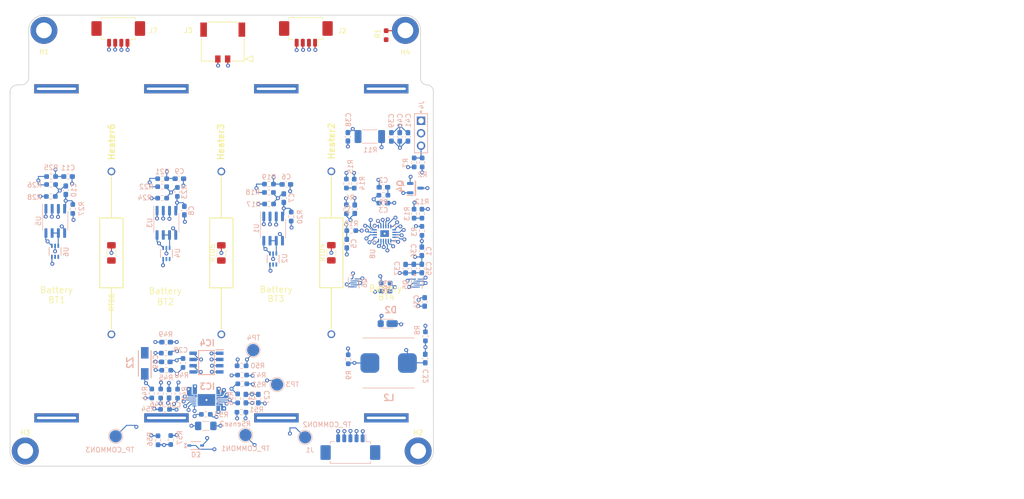
<source format=kicad_pcb>
(kicad_pcb (version 20221018) (generator pcbnew)
  (title_block (title "Battery Module 4c2") (date "2023-08-11") (comment 1 "Vitória Beatriz Bianchin <vitoriabbianchin@gmail.com>"))
  (layers (0 "F.Cu" signal) (1 "In1.Cu" signal) (2 "In2.Cu" signal) (31 "B.Cu" signal) (34 "B.Paste" user) (35 "F.Paste" user) (36 "B.SilkS" user "B.Silkscreen") (37 "F.SilkS" user "F.Silkscreen") (38 "B.Mask" user) (39 "F.Mask" user) (44 "Edge.Cuts" user))
  (net 0 "")
  (net 1 "Net-(H4-Pad1)")
  (net 2 "GNDREF")
  (net 3 "Net-(U8-VIN)")
  (net 4 "Net-(C2-Pad1)")
  (net 5 "GNDS")
  (net 6 "Net-(U8-ITH)")
  (net 7 "Net-(U8-TRACK{slash}SS)")
  (net 8 "Net-(U8-SENSE+)")
  (net 9 "Net-(U8-SENSE-)")
  (net 10 "/heater-circuit/RTD2")
  (net 11 "Net-(U1A-+)")
  (net 12 "Net-(U3A-+)")
  (net 13 "Net-(U5A-+)")
  (net 14 "/heater-circuit/RTD3")
  (net 15 "/bat-monitoring/Bat2-")
  (net 16 "Net-(IC3-VB)")
  (net 17 "Net-(C28-Pad1)")
  (net 18 "/bat-monitoring/Veps+")
  (net 19 "/bat-monitoring/+VBat")
  (net 20 "/bat-monitoring/SRC")
  (net 21 "Net-(IC3-CP)")
  (net 22 "Net-(IC3-VDD)")
  (net 23 "Net-(D2-K)")
  (net 24 "Net-(Q5-Substrate)")
  (net 25 "/batteries/3V3_VCC1")
  (net 26 "/batteries/VBUS_BK3V3")
  (net 27 "/batteries/3V3")
  (net 28 "Net-(U8-VOSNS+)")
  (net 29 "Net-(D3-K)")
  (net 30 "Heater_V2")
  (net 31 "Heater_V3")
  (net 32 "Net-(IC3-CC)")
  (net 33 "Net-(IC3-DC)")
  (net 34 "Net-(IC3-VIN2)")
  (net 35 "Net-(IC3-VIN1)")
  (net 36 "/bat-monitoring/V_sense0_P")
  (net 37 "/bat-monitoring/V_sense0_N")
  (net 38 "Net-(IC3-PIO)")
  (net 39 "Net-(IC3-SDA{slash}DQ)")
  (net 40 "Net-(IC3-SCL{slash}OVD)")
  (net 41 "Net-(IC4-S1)")
  (net 42 "Net-(IC4-G2)")
  (net 43 "Net-(IC4-G1)")
  (net 44 "/batteries/3V3_A_~{EN}")
  (net 45 "/bat-monitoring/I2C0_SDA")
  (net 46 "/bat-monitoring/I2C0_SCL")
  (net 47 "/bat-monitoring/PIO")
  (net 48 "Net-(U8-VRNG)")
  (net 49 "/batteries/+VBatB")
  (net 50 "/batteries/3V3_SENSE1-")
  (net 51 "/batteries/3V3_SENSE1+")
  (net 52 "Net-(Q4-D)")
  (net 53 "Net-(Q5-Gate)")
  (net 54 "Net-(Q6-Gate)")
  (net 55 "Net-(U8-RT)")
  (net 56 "Net-(U8-PGOOD)")
  (net 57 "Net-(U8-BOOST)")
  (net 58 "Net-(R12-Pad2)")
  (net 59 "Net-(R14-Pad2)")
  (net 60 "Net-(U1B-+)")
  (net 61 "Net-(U3B-+)")
  (net 62 "Net-(U5B-+)")
  (net 63 "/bat-monitoring/VBat_Common")
  (net 64 "Net-(U1B--)")
  (net 67 "Net-(U3B--)")
  (net 70 "Net-(U5B--)")
  (net 73 "/heater-circuit/RTD6")
  (net 74 "Heater_V6")
  (footprint "Resistor_SMD:R_0603_1608Metric_Pad0.98x0.95mm_HandSolder" (layer "F.Cu") (at 120.1876 36.1868 -90)
    (fp_text reference "R1")
    (fp_text value "1M")
  )
  (footprint "MountingHole:MountingHole_3.2mm_M3_ISO14580_Pad" (layer "F.Cu") (at 46.652031 120.912031)
    (fp_text reference "H3")
    (fp_text value "MountingHole")
  )
  (footprint "Resistor_SMD:R_1206_3216Metric_Pad1.30x1.75mm_HandSolder" (layer "F.Cu") (at 86.604851 80.555725 90)
    (fp_text reference "RTD5")
    (fp_text value "Thermistor")
  )
  (footprint "footprints:RS02B24R00FE12" (layer "F.Cu") (at 86.604851 63.956225 -90)
    (fp_text reference "Heater3")
    (fp_text value "20ppm/ ºC RS02B24R00FE12" hide)
  )
  (footprint "footprints:BATTERY_18650_STRIP_CONTACT" (layer "F.Cu") (at 120.210326 80.671638)
    (fp_text reference "BT4")
    (fp_text value "Battery")
  )
  (footprint "Connector_Molex:Molex_PicoBlade_53261-0471_1x04-1MP_P1.25mm_Horizontal" (layer "F.Cu") (at 103.83 35.321236 180)
    (fp_text reference "J2")
    (fp_text value "Conn_01x04_Socket")
  )
  (footprint "footprints:RS02B24R00FE12" (layer "F.Cu") (at 109.020934 63.927247 -90)
    (fp_text reference "Heater2")
    (fp_text value "20ppm/ ºC RS02B24R00FE12" hide)
  )
  (footprint "MountingHole:MountingHole_3.2mm_M3_ISO14580_Pad" (layer "F.Cu") (at 124.112031 35.212031)
    (fp_text reference "H4")
    (fp_text value "MountingHole_Pad")
  )
  (footprint "MountingHole:MountingHole_3.2mm_M3_ISO14580_Pad" (layer "F.Cu") (at 50.452031 35.212031)
    (fp_text reference "H1")
    (fp_text value "MountingHole")
  )
  (footprint "Resistor_SMD:R_1206_3216Metric_Pad1.30x1.75mm_HandSolder" (layer "F.Cu") (at 109.020934 80.526747 90)
    (fp_text reference "RTD4")
    (fp_text value "Thermistor")
  )
  (footprint "footprints:BATTERY_18650_STRIP_CONTACT" (layer "F.Cu") (at 53.010326 80.671638)
    (fp_text reference "BT1")
    (fp_text value "Battery")
  )
  (footprint "footprints:CON_2053380002" (layer "F.Cu") (at 87.890818 41.036131)
    (fp_text reference "J3")
    (fp_text value "Conn_01x02_Socket" hide)
  )
  (footprint "Resistor_SMD:R_1206_3216Metric_Pad1.30x1.75mm_HandSolder" (layer "F.Cu") (at 64.208501 80.550688 90)
    (fp_text reference "RTD6")
    (fp_text value "Thermistor")
  )
  (footprint "Connector_Molex:Molex_PicoBlade_53261-0471_1x04-1MP_P1.25mm_Horizontal" (layer "F.Cu") (at 65.601273 35.328373 180)
    (fp_text reference "J7")
    (fp_text value "Conn_01x04_Socket")
  )
  (footprint "MountingHole:MountingHole_3.2mm_M3_ISO14580_Pad" (layer "F.Cu") (at 126.712031 120.912031)
    (fp_text reference "H2")
    (fp_text value "MountingHole")
  )
  (footprint "footprints:RS02B24R00FE12" (layer "F.Cu") (at 64.208501 63.951188 -90)
    (fp_text reference "Heater6")
    (fp_text value "20ppm/ ºC RS02B24R00FE12" hide)
  )
  (footprint "footprints:BATTERY_18650_STRIP_CONTACT" (layer "F.Cu") (at 75.410326 80.671638)
    (fp_text reference "BT2")
    (fp_text value "Battery")
  )
  (footprint "footprints:BATTERY_18650_STRIP_CONTACT" (layer "F.Cu") (at 97.810326 80.671638)
    (fp_text reference "BT3")
    (fp_text value "Battery")
  )
  (footprint "footprints:SI2302DDS-T1-GE3" (layer "B.Cu") (at 126.148 67.3526)
    (fp_text reference "Q4")
    (fp_text value "SI2302DDS-T1-GE3" hide)
  )
  (footprint "Resistor_SMD:R_0603_1608Metric_Pad0.98x0.95mm_HandSolder" (layer "B.Cu") (at 72.429213 109.192897 -90)
    (fp_text reference "R44")
    (fp_text value "150R")
  )
  (footprint "Resistor_SMD:R_0603_1608Metric_Pad0.98x0.95mm_HandSolder" (layer "B.Cu") (at 77.645526 68.124038 90)
    (fp_text reference "R23")
    (fp_text value "10k")
  )
  (footprint "TestPoint:TestPoint_Pad_D2.5mm" (layer "B.Cu") (at 103.6776 118.1272 180)
    (fp_text reference "TP_COMMON2")
    (fp_text value "TestPoint")
  )
  (footprint "Resistor_SMD:R_0603_1608Metric_Pad0.98x0.95mm_HandSolder" (layer "B.Cu") (at 127.5282 62.1202 -90)
    (fp_text reference "R2")
    (fp_text value "100k")
  )
  (footprint "Resistor_SMD:R_0603_1608Metric_Pad0.98x0.95mm_HandSolder" (layer "B.Cu") (at 75.286543 100.974104 180)
    (fp_text reference "R49")
    (fp_text value "470R")
  )
  (footprint "Capacitor_SMD:C_0603_1608Metric_Pad1.08x0.95mm_HandSolder" (layer "B.Cu") (at 122.9562 56.9121 90)
    (fp_text reference "C40")
    (fp_text value "22uF")
  )
  (footprint "Resistor_SMD:R_0603_1608Metric_Pad0.98x0.95mm_HandSolder" (layer "B.Cu") (at 89.934814 110.203268 -90)
    (fp_text reference "R55")
    (fp_text value "1K")
  )
  (footprint "Resistor_SMD:R_0603_1608Metric_Pad0.98x0.95mm_HandSolder" (layer "B.Cu") (at 90.874154 107.224649)
    (fp_text reference "R52")
    (fp_text value "150R")
  )
  (footprint "Capacitor_SMD:C_0603_1608Metric_Pad1.08x0.95mm_HandSolder" (layer "B.Cu") (at 91.603188 110.24927 -90)
    (fp_text reference "C31")
    (fp_text value "0.1uF/50V")
  )
  (footprint "Capacitor_SMD:C_0603_1608Metric_Pad1.08x0.95mm_HandSolder" (layer "B.Cu") (at 127.452 83.7356 90)
    (fp_text reference "C35")
    (fp_text value "10uF")
  )
  (footprint "Capacitor_SMD:C_0603_1608Metric_Pad1.08x0.95mm_HandSolder" (layer "B.Cu") (at 75.952092 109.251308 90)
    (fp_text reference "C30")
    (fp_text value "0.47uF/50V")
  )
  (footprint "Capacitor_SMD:C_0603_1608Metric_Pad1.08x0.95mm_HandSolder" (layer "B.Cu") (at 75.356272 98.733353)
    (fp_text reference "C28")
    (fp_text value "1000pF/50V")
  )
  (footprint "footprints:FDS6898AZ" (layer "B.Cu") (at 83.572092 102.901308 180)
    (fp_text reference "IC4")
    (fp_text value "FDS6898AZ" hide)
  )
  (footprint "Package_SO:SOIC-8_3.9x4.9mm_P1.27mm" (layer "B.Cu") (at 75.410326 74.423238 -90)
    (fp_text reference "U3")
    (fp_text value "LM358")
  )
  (footprint "Resistor_SMD:R_1206_3216Metric_Pad1.30x1.75mm_HandSolder" (layer "B.Cu") (at 83.432266 115.806816)
    (fp_text reference "RSense2")
    (fp_text value "0.01R/0.5W")
  )
  (footprint "Capacitor_SMD:C_0603_1608Metric_Pad1.08x0.95mm_HandSolder" (layer "B.Cu") (at 94.143188 110.24927 -90)
    (fp_text reference "C27")
    (fp_text value "0.1uF/50V")
  )
  (footprint "Resistor_SMD:R_0603_1608Metric_Pad0.98x0.95mm_HandSolder" (layer "B.Cu") (at 56.332 71.5944 -90)
    (fp_text reference "R27")
    (fp_text value "10k")
  )
  (footprint "Capacitor_SMD:C_0603_1608Metric_Pad1.08x0.95mm_HandSolder" (layer "B.Cu") (at 79.067926 71.934038 90)
    (fp_text reference "C8")
    (fp_text value "100nF")
  )
  (footprint "Resistor_SMD:R_0603_1608Metric_Pad0.98x0.95mm_HandSolder" (layer "B.Cu") (at 112.466 102.2268 90)
    (fp_text reference "R9")
    (fp_text value "10R")
  )
  (footprint "Capacitor_SMD:C_0603_1608Metric_Pad1.08x0.95mm_HandSolder" (layer "B.Cu") (at 124.6326 56.9121 90)
    (fp_text reference "C41")
    (fp_text value "22uF")
  )
  (footprint "footprints:TPS22919QDCKRQ1" (layer "B.Cu") (at 75.410326 80.671638 -90)
    (fp_text reference "U4")
    (fp_text value "TPS22919QDCKRQ1")
  )
  (footprint "Resistor_SMD:R_0603_1608Metric_Pad0.98x0.95mm_HandSolder" (layer "B.Cu") (at 90.834592 105.441308 180)
    (fp_text reference "R47")
    (fp_text value "1K")
  )
  (footprint "Capacitor_SMD:C_0603_1608Metric_Pad1.08x0.95mm_HandSolder" (layer "B.Cu") (at 120.0606 88.3584 180)
    (fp_text reference "C33")
    (fp_text value "4.7uF")
  )
  (footprint "Resistor_SMD:R_0603_1608Metric_Pad0.98x0.95mm_HandSolder" (layer "B.Cu") (at 73.7056 118.7368 90)
    (fp_text reference "R56")
    (fp_text value "10K")
  )
  (footprint "Resistor_SMD:R_0603_1608Metric_Pad0.98x0.95mm_HandSolder" (layer "B.Cu") (at 128.1886 97.5532 90)
    (fp_text reference "R8")
    (fp_text value "10R")
  )
  (footprint "Resistor_SMD:R_0603_1608Metric_Pad0.98x0.95mm_HandSolder" (layer "B.Cu") (at 83.44719 113.456999 180)
    (fp_text reference "R53")
    (fp_text value "1K")
  )
  (footprint "footprints:744325240" (layer "B.Cu") (at 120.6956 102.9888 180)
    (fp_text reference "L2")
    (fp_text value "2.4uH" hide)
  )
  (footprint "footprints:LTC3833EUDC#TRPBF" (layer "B.Cu") (at 119.877001 76.611601 -90)
    (fp_text reference "U8")
    (fp_text value "LTC3833EUDC-TRPBF")
  )
  (footprint "footprints:DS2777G+" (layer "B.Cu") (at 83.572092 110.521308 180)
    (fp_text reference "IC3")
    (fp_text value "DS2777G+" hide)
  )
  (footprint "Resistor_SMD:R_0603_1608Metric_Pad0.98x0.95mm_HandSolder" (layer "B.Cu") (at 74.245244 109.20551 -90)
    (fp_text reference "R46")
    (fp_text value "0R")
  )
  (footprint "Resistor_SMD:R_0603_1608Metric_Pad0.98x0.95mm_HandSolder" (layer "B.Cu") (at 112.085 66.4166 -90)
    (fp_text reference "R15")
    (fp_text value "20k")
  )
  (footprint "Resistor_SMD:R_0603_1608Metric_Pad0.98x0.95mm_HandSolder" (layer "B.Cu") (at 100.842861 73.142931 -90)
    (fp_text reference "R20")
    (fp_text value "10k")
  )
  (footprint "Resistor_SMD:R_0603_1608Metric_Pad0.98x0.95mm_HandSolder" (layer "B.Cu") (at 74.546726 65.431638 180)
    (fp_text reference "R21")
    (fp_text value "10k")
  )
  (footprint "footprints:TPS22919QDCKRQ1" (layer "B.Cu") (at 97.16034 81.793538 -90)
    (fp_text reference "U2")
    (fp_text value "TPS22919QDCKRQ1")
  )
  (footprint "Resistor_SMD:R_0603_1608Metric_Pad0.98x0.95mm_HandSolder" (layer "B.Cu") (at 127.4774 72.5596 -90)
    (fp_text reference "R12")
    (fp_text value "0.0R")
  )
  (footprint "Resistor_SMD:R_0603_1608Metric_Pad0.98x0.95mm_HandSolder" (layer "B.Cu") (at 51.9124 66.616 180)
    (fp_text reference "R26")
    (fp_text value "10k")
  )
  (footprint "Resistor_SMD:R_0603_1608Metric_Pad0.98x0.95mm_HandSolder" (layer "B.Cu") (at 75.385545 104.469053 180)
    (fp_text reference "R45")
    (fp_text value "1K")
  )
  (footprint "Capacitor_SMD:C_0603_1608Metric_Pad1.08x0.95mm_HandSolder" (layer "B.Cu") (at 127.452 80.2304 90)
    (fp_text reference "C1")
    (fp_text value "100nF")
  )
  (footprint "footprints:NSVR0320MW2T1G" (layer "B.Cu") (at 81.3764 119.8036)
    (fp_text reference "D3")
    (fp_text value "D_Schottky_Filled")
  )
  (footprint "Resistor_SMD:R_0603_1608Metric_Pad0.98x0.95mm_HandSolder" (layer "B.Cu") (at 125.8772 72.5596 -90)
    (fp_text reference "R13")
    (fp_text value "90.9k")
  )
  (footprint "Resistor_SMD:R_0603_1608Metric_Pad0.98x0.95mm_HandSolder" (layer "B.Cu") (at 127.4774 76.0648 90)
    (fp_text reference "R3")
    (fp_text value "2.2R")
  )
  (footprint "footprints:SS12FP" (layer "B.Cu") (at 120.2468 94.9624 180)
    (fp_text reference "D2")
    (fp_text value "SS12FP" hide)
  )
  (footprint "Resistor_SMD:R_0603_1608Metric_Pad0.98x0.95mm_HandSolder" (layer "B.Cu") (at 96.311478 66.532106 180)
    (fp_text reference "R19")
    (fp_text value "10k")
  )
  (footprint "Capacitor_SMD:C_0603_1608Metric_Pad1.08x0.95mm_HandSolder" (layer "B.Cu") (at 112.1612 78.6567 90)
    (fp_text reference "C5")
    (fp_text value "1nF")
  )
  (footprint "Resistor_SMD:R_0603_1608Metric_Pad0.98x0.95mm_HandSolder" (layer "B.Cu") (at 77.686053 109.232988 90)
    (fp_text reference "R43")
    (fp_text value "150R")
  )
  (footprint "Capacitor_SMD:C_0603_1608Metric_Pad1.08x0.95mm_HandSolder" (layer "B.Cu") (at 55.3657 64.9904)
    (fp_text reference "C11")
    (fp_text value "100nF")
  )
  (footprint "Resistor_SMD:R_0603_1608Metric_Pad0.98x0.95mm_HandSolder" (layer "B.Cu") (at 51.9124 64.9904 180)
    (fp_text reference "R25")
    (fp_text value "10k")
  )
  (footprint "Resistor_SMD:R_0603_1608Metric_Pad0.98x0.95mm_HandSolder" (layer "B.Cu") (at 78.797566 102.98229 90)
    (fp_text reference "R48")
    (fp_text value "0R")
  )
  (footprint "footprints:EPC2016C" (layer "B.Cu") (at 113.5782 86.664201 -90)
    (fp_text reference "Q6")
    (fp_text value "EPC2016C")
  )
  (footprint "Connector_Molex:Molex_PicoBlade_53261-0571_1x05-1MP_P1.25mm_Horizontal" (layer "B.Cu") (at 112.9024 120.7304 180)
    (fp_text reference "J1")
    (fp_text value "Conn_01x05_Socket")
  )
  (footprint "Resistor_SMD:R_0603_1608Metric_Pad0.98x0.95mm_HandSolder" (layer "B.Cu") (at 51.8616 69.0544 180)
    (fp_text reference "R28")
    (fp_text value "220k")
  )
  (footprint "Capacitor_SMD:C_0603_1608Metric_Pad1.08x0.95mm_HandSolder" (layer "B.Cu") (at 121.2544 56.9132 90)
    (fp_text reference "C39")
    (fp_text value "22uF")
  )
  (footprint "Resistor_SMD:R_0603_1608Metric_Pad0.98x0.95mm_HandSolder" (layer "B.Cu") (at 125.9026 62.1183 -90)
    (fp_text reference "R7")
    (fp_text value "0.0R")
  )
  (footprint "Capacitor_SMD:C_0603_1608Metric_Pad1.08x0.95mm_HandSolder" (layer "B.Cu") (at 75.292728 102.759213)
    (fp_text reference "C29")
    (fp_text value "1000pF/50V")
  )
  (footprint "Package_SO:SOIC-8_3.9x4.9mm_P1.27mm" (layer "B.Cu") (at 97.16034 75.591638 -90)
    (fp_text reference "U1")
    (fp_text value "LM358")
  )
  (footprint "Capacitor_SMD:C_0603_1608Metric_Pad1.08x0.95mm_HandSolder" (layer "B.Cu") (at 119.6288 67.1748 180)
    (fp_text reference "C2")
    (fp_text value "3.3nF")
  )
  (footprint "Capacitor_SMD:C_0603_1608Metric_Pad1.08x0.95mm_HandSolder" (layer "B.Cu") (at 113.7868 71.649 -90)
    (fp_text reference "C4")
    (fp_text value "1nF")
  )
  (footprint "Resistor_SMD:R_0603_1608Metric_Pad0.98x0.95mm_HandSolder" (layer "B.Cu") (at 74.546726 69.394038 180)
    (fp_text reference "R24")
    (fp_text value "220k")
  )
  (footprint "Resistor_SMD:R_0603_1608Metric_Pad0.98x0.95mm_HandSolder" (layer "B.Cu") (at 120.086 86.7074)
    (fp_text reference "R6")
    (fp_text value "100k")
  )
  (footprint "Resistor_SMD:R_0603_1608Metric_Pad0.98x0.95mm_HandSolder" (layer "B.Cu") (at 112.085 71.649 90)
    (fp_text reference "R4")
    (fp_text value "82k")
  )
  (footprint "TestPoint:TestPoint_Pad_D2.5mm" (layer "B.Cu") (at 91.5364 117.67 180)
    (fp_text reference "TP_COMMON1")
    (fp_text value "TestPoint")
  )
  (footprint "footprints:EPC2016C" (layer "B.Cu") (at 126.4306 86.715001 -90)
    (fp_text reference "Q5")
    (fp_text value "EPC2016C")
  )
  (footprint "Resistor_SMD:R_2010_5025Metric_Pad1.40x2.65mm_HandSolder" (layer "B.Cu") (at 116.8602 56.837)
    (fp_text reference "R11")
    (fp_text value "8m")
  )
  (footprint "Capacitor_SMD:C_0603_1608Metric_Pad1.08x0.95mm_HandSolder" (layer "B.Cu") (at 78.051926 65.431638)
    (fp_text reference "C9")
    (fp_text value "100nF")
  )
  (footprint "Resistor_SMD:R_0603_1608Metric_Pad0.98x0.95mm_HandSolder" (layer "B.Cu") (at 90.733277 103.557279 180)
    (fp_text reference "R50")
    (fp_text value "1K")
  )
  (footprint "Capacitor_SMD:C_0603_1608Metric_Pad1.08x0.95mm_HandSolder" (layer "B.Cu") (at 112.3898 56.8878 -90)
    (fp_text reference "C38")
    (fp_text value "22pF")
  )
  (footprint "footprints:61300311121" (layer "B.Cu") (at 127.2996 56.1672 -90)
    (fp_text reference "J4")
    (fp_text value "61300311121")
  )
  (footprint "Resistor_SMD:R_0603_1608Metric_Pad0.98x0.95mm_HandSolder" (layer "B.Cu") (at 90.696116 113.015899)
    (fp_text reference "R51")
    (fp_text value "0R")
  )
  (footprint "Resistor_SMD:R_0603_1608Metric_Pad0.98x0.95mm_HandSolder" (layer "B.Cu") (at 96.339195 70.586518 180)
    (fp_text reference "R17")
    (fp_text value "220k")
  )
  (footprint "TestPoint:TestPoint_Pad_D2.5mm" (layer "B.Cu") (at 97.969637 107.378579 180)
    (fp_text reference "TP3")
    (fp_text value "CC Test Point")
  )
  (footprint "Capacitor_SMD:C_0603_1608Metric_Pad1.08x0.95mm_HandSolder" (layer "B.Cu") (at 124.15 83.7599 90)
    (fp_text reference "C37")
    (fp_text value "1uF")
  )
  (footprint "footprints:3SMAJ5919B-TP" (layer "B.Cu") (at 71.0025 103.058267 90)
    (fp_text reference "Z2")
    (fp_text value "3SMAJ5919B-TP" hide)
  )
  (footprint "Package_SO:SOIC-8_3.9x4.9mm_P1.27mm" (layer "B.Cu") (at 52.766754 74.028796 -90)
    (fp_text reference "U5")
    (fp_text value "LM358")
  )
  (footprint "Capacitor_SMD:C_0603_1608Metric_Pad1.08x0.95mm_HandSolder" (layer "B.Cu") (at 128.1632 102.0755 -90)
    (fp_text reference "C32")
    (fp_text value "100nF")
  )
  (footprint "Capacitor_SMD:C_0603_1608Metric_Pad1.08x0.95mm_HandSolder" (layer "B.Cu") (at 128.0362 90.5417 90)
    (fp_text reference "C34")
    (fp_text value "47uF")
  )
  (footprint "Capacitor_SMD:C_0603_1608Metric_Pad1.08x0.95mm_HandSolder" (layer "B.Cu") (at 99.853697 66.596804)
    (fp_text reference "C6")
    (fp_text value "100nF")
  )
  (footprint "Resistor_SMD:R_0603_1608Metric_Pad0.98x0.95mm_HandSolder" (layer "B.Cu") (at 75.1299 112.4376 180)
    (fp_text reference "R54")
    (fp_text value "150R")
  )
  (footprint "Capacitor_SMD:C_0603_1608Metric_Pad1.08x0.95mm_HandSolder" (layer "B.Cu") (at 119.6288 70.4006)
    (fp_text reference "C3")
    (fp_text value "100pF")
  )
  (footprint "footprints:Jumper" (layer "B.Cu") (at 116.9872 74.9218 -90)
    (fp_text reference "JP2" hide)
    (fp_text value "SolderJumper_2_Bridged")
  )
  (footprint "Capacitor_SMD:C_0603_1608Metric_Pad1.08x0.95mm_HandSolder" (layer "B.Cu") (at 54.9096 67.7844 -90)
    (fp_text reference "C10")
    (fp_text value "100nF")
  )
  (footprint "TestPoint:TestPoint_Pad_D2.5mm" (layer "B.Cu") (at 65.0696 117.924 180)
    (fp_text reference "TP_COMMON3")
    (fp_text value "TestPoint")
  )
  (footprint "Resistor_SMD:R_0603_1608Metric_Pad0.98x0.95mm_HandSolder" (layer "B.Cu") (at 113.6852 66.4401 -90)
    (fp_text reference "R14")
    (fp_text value "0.0R")
  )
  (footprint "Capacitor_SMD:C_0603_1608Metric_Pad1.08x0.95mm_HandSolder" (layer "B.Cu") (at 125.8264 83.7356 90)
    (fp_text reference "C36")
    (fp_text value "10uF")
  )
  (footprint "Resistor_SMD:R_0603_1608Metric_Pad0.98x0.95mm_HandSolder" (layer "B.Cu") (at 74.544826 67.057238 180)
    (fp_text reference "R22")
    (fp_text value "10k")
  )
  (footprint "TestPoint:TestPoint_Pad_D2.5mm" (layer "B.Cu") (at 93.097092 100.361308 180)
    (fp_text reference "TP4")
    (fp_text value "DC Test Point")
  )
  (footprint "footprints:TPS22919QDCKRQ1" (layer "B.Cu") (at 52.7252 80.2304 -90)
    (fp_text reference "U6")
    (fp_text value "TPS22919QDCKRQ1")
  )
  (footprint "Resistor_SMD:R_0603_1608Metric_Pad0.98x0.95mm_HandSolder" (layer "B.Cu") (at 76.2964 118.686 90)
    (fp_text reference "R57")
    (fp_text value "10K")
  )
  (footprint "Capacitor_SMD:C_0603_1608Metric_Pad1.08x0.95mm_HandSolder" (layer "B.Cu") (at 99.327424 69.387048 -90)
    (fp_text reference "C7")
    (fp_text value "100nF")
  )
  (footprint "Resistor_SMD:R_0603_1608Metric_Pad0.98x0.95mm_HandSolder" (layer "B.Cu") (at 113.0756 76.014 180)
    (fp_text reference "R10")
    (fp_text value "10R")
  )
  (footprint "Resistor_SMD:R_0603_1608Metric_Pad0.98x0.95mm_HandSolder" (layer "B.Cu") (at 119.6288 68.8004)
    (fp_text reference "R5")
    (fp_text value "12k")
  )
  (footprint "Resistor_SMD:R_0603_1608Metric_Pad0.98x0.95mm_HandSolder" (layer "B.Cu") (at 96.30939 68.23806 180)
    (fp_text reference "R18")
    (fp_text value "10k")
  )
  (gr_line (start 47.352031 35.212031) (end 47.352031 44.812031) (stroke (width 0.15)) (layer "Edge.Cuts"))
  (gr_arc (start 47.352031 44.812031) (mid 46.912691 45.872691) (end 45.852031 46.312031) (stroke (width 0.15)) (layer "Edge.Cuts"))
  (gr_arc (start 46.652031 124.012031) (mid 44.46 123.104062) (end 43.552031 120.912031) (stroke (width 0.15)) (layer "Edge.Cuts"))
  (gr_line (start 45.052031 46.312031) (end 45.852031 46.312031) (stroke (width 0.15)) (layer "Edge.Cuts"))
  (gr_arc (start 128.502031 46.312031) (mid 127.582761 45.931283) (end 127.202031 45.012031) (stroke (width 0.15)) (layer "Edge.Cuts"))
  (gr_line (start 118.44682 124.014734) (end 126.712031 124.012031) (stroke (width 0.15)) (layer "Edge.Cuts"))
  (gr_arc (start 43.552031 47.812031) (mid 43.991371 46.751371) (end 45.052031 46.312031) (stroke (width 0.15)) (layer "Edge.Cuts"))
  (gr_line (start 129.802031 47.612031) (end 129.812031 120.912031) (stroke (width 0.15)) (layer "Edge.Cuts"))
  (gr_line (start 127.202031 35.212031) (end 127.202031 45.012031) (stroke (width 0.15)) (layer "Edge.Cuts"))
  (gr_arc (start 128.502031 46.312031) (mid 129.421239 46.692805) (end 129.802031 47.612031) (stroke (width 0.15)) (layer "Edge.Cuts"))
  (gr_arc (start 129.812031 120.912031) (mid 128.904053 123.104053) (end 126.712031 124.012031) (stroke (width 0.15)) (layer "Edge.Cuts"))
  (gr_line (start 124.102031 32.112031) (end 50.452031 32.112031) (stroke (width 0.15)) (layer "Edge.Cuts"))
  (gr_arc (start 124.102031 32.112031) (mid 126.294031 33.020013) (end 127.202031 35.212031) (stroke (width 0.15)) (layer "Edge.Cuts"))
  (gr_line (start 46.652031 124.012031) (end 97.209931 124.012031) (stroke (width 0.15)) (layer "Edge.Cuts"))
  (gr_arc (start 47.352031 35.212031) (mid 48.26 33.02) (end 50.452031 32.112031) (stroke (width 0.15)) (layer "Edge.Cuts"))
  (gr_line (start 97.209931 124.012031) (end 118.44682 124.014734) (stroke (width 0.15)) (layer "Edge.Cuts"))
  (gr_line (start 43.552031 47.812031) (end 43.552031 120.912031) (stroke (width 0.15)) (layer "Edge.Cuts"))
  (segment (start 124.049762 35.2743) (end 124.112031 35.212031) (width 0.2) (layer "F.Cu") (net 1))
  (segment (start 120.1876 35.2743) (end 124.049762 35.2743) (width 0.2) (layer "F.Cu") (net 1))
  (segment (start 63.726273 37.728373) (end 63.726273 39.104927) (width 0.2) (layer "F.Cu") (net 2))
  (segment (start 85.890817 41.036131) (end 85.890817 42.326817) (width 0.2) (layer "F.Cu") (net 2))
  (segment (start 101.955 39.2302) (end 101.9504 39.2348) (width 0.2) (layer "F.Cu") (net 2))
  (segment (start 85.890817 42.326817) (end 85.9484 42.3844) (width 0.2) (layer "F.Cu") (net 2))
  (segment (start 66.226273 37.728373) (end 66.226273 39.172273) (width 0.2) (layer "F.Cu") (net 2))
  (segment (start 66.226273 39.172273) (end 66.238 39.184) (width 0.2) (layer "F.Cu") (net 2))
  (segment (start 63.726273 39.104927) (end 63.698 39.1332) (width 0.2) (layer "F.Cu") (net 2))
  (segment (start 101.955 37.721236) (end 101.955 39.2302) (width 0.2) (layer "F.Cu") (net 2))
  (via (at 75.410326 80.671638) (size 0.8) (drill 0.4) (layers "F.Cu" "B.Cu") (net 2))
  (via (at 66.238 39.184) (size 0.8) (drill 0.4) (layers "F.Cu" "B.Cu") (net 2))
  (via (at 77.577553 70.311672) (size 0.8) (drill 0.4) (layers "F.Cu" "B.Cu") (net 2))
  (via (at 63.698 39.1332) (size 0.8) (drill 0.4) (layers "F.Cu" "B.Cu") (net 2))
  (via (at 126.729147 91.383643) (size 0.8) (drill 0.4) (layers "F.Cu" "B.Cu") (net 2))
  (via (at 83.572092 110.521308) (size 0.8) (drill 0.4) (layers "F.Cu" "B.Cu") (net 2))
  (via (at 99.327424 71.476838) (size 0.8) (drill 0.4) (layers "F.Cu" "B.Cu") (net 2))
  (via (at 112.104601 64.237812) (size 0.8) (drill 0.4) (layers "F.Cu" "B.Cu") (net 2))
  (via (at 56.189477 66.442501) (size 0.8) (drill 0.4) (layers "F.Cu" "B.Cu") (net 2))
  (via (at 117.854422 75.019778) (size 0.8) (drill 0.4) (layers "F.Cu" "B.Cu") (net 2))
  (via (at 124.658504 63.081286) (size 0.8) (drill 0.4) (layers "F.Cu" "B.Cu") (net 2))
  (via (at 54.892284 69.918) (size 0.8) (drill 0.4) (layers "F.Cu" "B.Cu") (net 2))
  (via (at 100.624617 68.001339) (size 0.8) (drill 0.4) (layers "F.Cu" "B.Cu") (net 2))
  (via (at 126.078344 81.366032) (size 0.8) (drill 0.4) (layers "F.Cu" "B.Cu") (net 2))
  (via (at 117.945048 88.476758) (size 0.8) (drill 0.4) (layers "F.Cu" "B.Cu") (net 2))
  (via (at 52.7252 80.2304) (size 0.8) (drill 0.4) (layers "F.Cu" "B.Cu") (net 2))
  (via (at 122.997653 59.135245) (size 0.8) (drill 0.4) (layers "F.Cu" "B.Cu") (net 2))
  (via (at 78.874746 66.836173) (size 0.8) (drill 0.4) (layers "F.Cu" "B.Cu") (net 2))
  (via (at 101.9504 39.2348) (size 0.8) (drill 0.4) (layers "F.Cu" "B.Cu") (net 2))
  (via (at 74.301092 106.965308) (size 0.8) (drill 0.4) (layers "F.Cu" "B.Cu") (net 2))
  (via (at 83.7132 118.2796) (size 0.8) (drill 0.4) (layers "F.Cu" "B.Cu") (net 2))
  (via (at 112.1612 86.9614) (size 0.8) (drill 0.4) (layers "F.Cu" "B.Cu") (net 2))
  (via (at 97.16034 81.793538) (size 0.8) (drill 0.4) (layers "F.Cu" "B.Cu") (net 2))
  (via (at 110.409123 116.870013) (size 0.8) (drill 0.4) (layers "F.Cu" "B.Cu") (net 2))
  (via (at 121.619617 79.199974) (size 0.8) (drill 0.4) (layers "F.Cu" "B.Cu") (net 2))
  (via (at 115.3362 85.7422) (size 0.8) (drill 0.4) (layers "F.Cu" "B.Cu") (net 2))
  (via (at 85.9484 42.3844) (size 0.8) (drill 0.4) (layers "F.Cu" "B.Cu") (net 2))
  (segment (start 56.407721 70.206147) (end 56.407721 70.671593) (width 0.2) (layer "B.Cu") (net 2))
  (segment (start 121.188043 78.7684) (end 120.8592 78.7684) (width 0.2) (layer "B.Cu") (net 2))
  (segment (start 112.661001 87.461201) (end 113.5782 87.461201) (width 0.2) (layer "B.Cu") (net 2))
  (segment (start 122.9562 57.7746) (end 122.9562 59.093792) (width 0.2) (layer "B.Cu") (net 2))
  (segment (start 77.577553 70.311672) (end 77.577553 69.084382) (width 0.2) (layer "B.Cu") (net 2))
  (segment (start 112.1612 86.9614) (end 112.661001 87.461201) (width 0.2) (layer "B.Cu") (net 2))
  (segment (start 54.892284 71.295716) (end 54.6302 71.5578) (width 0.2) (layer "B.Cu") (net 2))
  (segment (start 115.3362 85.7422) (end 115.217199 85.861201) (width 0.2) (layer "B.Cu") (net 2))
  (segment (start 112.1612 86.9614) (end 112.535458 86.9614) (width 0.2) (layer "B.Cu") (net 2))
  (segment (start 56.119574 69.918) (end 56.407721 70.206147) (width 0.2) (layer "B.Cu") (net 2))
  (segment (start 125.852114 63.081286) (end 125.9026 63.0308) (width 0.2) (layer "B.Cu") (net 2))
  (segment (start 112.535458 86.9614) (end 112.835657 86.661201) (width 0.2) (layer "B.Cu") (net 2))
  (segment (start 78.874746 65.523218) (end 78.966326 65.431638) (width 0.2) (layer "B.Cu") (net 2))
  (segment (start 100.624617 68.001339) (end 100.624617 66.688384) (width 0.2) (layer "B.Cu") (net 2))
  (segment (start 119.1981 88.3584) (end 118.063406 88.3584) (width 0.2) (layer "B.Cu") (net 2))
  (segment (start 74.245244 108.29301) (end 74.245244 107.021156) (width 0.2) (layer "B.Cu") (net 2))
  (segment (start 121.2544 57.7757) (end 121.638108 57.7757) (width 0.2) (layer "B.Cu") (net 2))
  (segment (start 120.8592 78.7684) (end 120.627002 78.536202) (width 0.2) (layer "B.Cu") (net 2))
  (segment (start 112.835657 86.661201) (end 113.5782 86.661201) (width 0.2) (layer "B.Cu") (net 2))
  (segment (start 127.178868 81.366032) (end 127.452 81.0929) (width 0.2) (layer "B.Cu") (net 2))
  (segment (start 124.6326 57.7746) (end 124.358298 57.7746) (width 0.2) (layer "B.Cu") (net 2))
  (segment (start 99.327424 71.476838) (end 100.554714 71.476838) (width 0.2) (layer "B.Cu") (net 2))
  (segment (start 127.452 81.0929) (end 127.452 82.8731) (width 0.2) (layer "B.Cu") (net 2))
  (segment (start 126.749704 91.4042) (end 126.729147 91.383643) (width 0.2) (layer "B.Cu") (net 2))
  (segment (start 56.189477 66.442501) (end 56.189477 65.129546) (width 0.2) (layer "B.Cu") (net 2))
  (segment (start 83.7132 118.7749) (end 83.7132 118.2796) (width 0.2) (layer "B.Cu") (net 2))
  (segment (start 54.892284 69.918) (end 54.892284 68.69071) (width 0.2) (layer "B.Cu") (net 2))
  (segment (start 54.892284 68.69071) (end 54.892284 71.295716) (width 0.2) (layer "B.Cu") (net 2))
  (segment (start 121.638108 57.7757) (end 122.997653 59.135245) (width 0.2) (layer "B.Cu") (net 2))
  (segment (start 100.624617 66.688384) (end 100.716197 66.596804) (width 0.2) (layer "B.Cu") (net 2))
  (segment (start 79.09299 70.599819) (end 79.09299 71.065265) (width 0.2) (layer "B.Cu") (net 2))
  (segment (start 126.078344 81.366032) (end 127.178868 81.366032) (width 0.2) (layer "B.Cu") (net 2))
  (segment (start 82.6845 119.8036) (end 83.7132 118.7749) (width 0.2) (layer "B.Cu") (net 2))
  (segment (start 125.8021 82.8974) (end 125.8264 82.8731) (width 0.2) (layer "B.Cu") (net 2))
  (segment (start 54.892284 69.918) (end 56.119574 69.918) (width 0.2) (layer "B.Cu") (net 2))
  (segment (start 100.554714 71.476838) (end 100.842861 71.764985) (width 0.2) (layer "B.Cu") (net 2))
  (segment (start 74.245244 107.021156) (end 74.301092 106.965308) (width 0.2) (layer "B.Cu") (net 2))
  (segment (start 115.217199 85.861201) (end 113.9792 85.861201) (width 0.2) (layer "B.Cu") (net 2))
  (segment (start 124.658504 63.081286) (end 125.852114 63.081286) (width 0.2) (layer "B.Cu") (net 2))
  (segment (start 99.327424 70.249548) (end 99.327424 72.854554) (width 0.2) (layer "B.Cu") (net 2))
  (segment (start 127.452 82.8731) (end 125.8264 82.8731) (width 0.2) (layer "B.Cu") (net 2))
  (segment (start 124.15 82.8974) (end 125.8021 82.8974) (width 0.2) (layer "B.Cu") (net 2))
  (segment (start 118.485178 75.019778) (end 118.627001 75.161601) (width 0.2) (layer "B.Cu") (net 2))
  (segment (start 117.854422 75.019778) (end 118.485178 75.019778) (width 0.2) (layer "B.Cu") (net 2))
  (segment (start 56.189477 65.129546) (end 56.281057 65.037966) (width 0.2) (layer "B.Cu") (net 2))
  (segment (start 128.0362 91.4042) (end 126.749704 91.4042) (width 0.2) (layer "B.Cu") (net 2))
  (segment (start 78.874746 66.836173) (end 78.874746 65.523218) (width 0.2) (layer "B.Cu") (net 2))
  (segment (start 97.16034 80.671638) (end 97.16034 81.793538) (width 0.2) (layer "B.Cu") (net 2))
  (segment (start 77.577553 69.084382) (end 77.577553 71.689388) (width 0.2) (layer "B.Cu") (net 2))
  (segment (start 121.619617 79.199974) (end 121.188043 78.7684) (width 0.2) (layer "B.Cu") (net 2))
  (segment (start 118.063406 88.3584) (end 117.945048 88.476758) (width 0.2) (layer "B.Cu") (net 2))
  (segment (start 100.842861 71.764985) (end 100.842861 72.230431) (width 0.2) (layer "B.Cu") (net 2))
  (segment (start 77.577553 70.311672) (end 78.804843 70.311672) (width 0.2) (layer "B.Cu") (net 2))
  (segment (start 78.804843 70.311672) (end 79.09299 70.599819) (width 0.2) (layer "B.Cu") (net 2))
  (segment (start 110.4024 116.876736) (end 110.409123 116.870013) (width 0.2) (layer "B.Cu") (net 2))
  (segment (start 120.627002 78.536202) (end 120.627002 78.061601) (width 0.2) (layer "B.Cu") (net 2))
  (segment (start 52.7252 79.1085) (end 52.7252 80.2304) (width 0.2) (layer "B.Cu") (net 2))
  (segment (start 112.085 64.257413) (end 112.104601 64.237812) (width 0.2) (layer "B.Cu") (net 2))
  (segment (start 112.085 65.5041) (end 112.085 64.257413) (width 0.2) (layer "B.Cu") (net 2))
  (segment (start 99.327424 71.476838) (end 99.327424 70.249548) (width 0.2) (layer "B.Cu") (net 2))
  (segment (start 122.9562 59.093792) (end 122.997653 59.135245) (width 0.2) (layer "B.Cu") (net 2))
  (segment (start 75.410326 79.549738) (end 75.410326 80.671638) (width 0.2) (layer "B.Cu") (net 2))
  (segment (start 77.577553 71.689388) (end 77.315469 71.951472) (width 0.2) (layer "B.Cu") (net 2))
  (segment (start 124.358298 57.7746) (end 122.997653 59.135245) (width 0.2) (layer "B.Cu") (net 2))
  (segment (start 99.327424 72.854554) (end 99.06534 73.116638) (width 0.2) (layer "B.Cu") (net 2))
  (segment (start 110.4024 118.3304) (end 110.4024 116.876736) (width 0.2) (layer "B.Cu") (net 2))
  (via (at 127.452 78.1476) (size 0.8) (drill 0.4) (layers "F.Cu" "B.Cu") (net 3))
  (via (at 123.898269 77.79493) (size 0.8) (drill 0.4) (layers "F.Cu" "B.Cu") (net 3))
  (segment (start 127.452 78.1476) (end 127.4774 78.1222) (width 0.2) (layer "B.Cu") (net 3))
  (segment (start 122.99645 77.7046) (end 122.653452 77.361602) (width 0.2) (layer "B.Cu") (net 3))
  (segment (start 123.807939 77.7046) (end 122.99645 77.7046) (width 0.2) (layer "B.Cu") (net 3))
  (segment (start 123.898269 77.79493) (end 123.807939 77.7046) (width 0.2) (layer "B.Cu") (net 3))
  (segment (start 122.653452 77.361602) (end 121.827002 77.361602) (width 0.2) (layer "B.Cu") (net 3))
  (segment (start 127.4774 78.1222) (end 127.4774 76.9773) (width 0.2) (layer "B.Cu") (net 3))
  (segment (start 127.452 78.1476) (end 127.452 79.3679) (width 0.2) (layer "B.Cu") (net 3))
  (segment (start 120.5413 67.2248) (end 120.4913 67.1748) (width 0.2) (layer "B.Cu") (net 4))
  (segment (start 120.5413 68.8004) (end 120.5413 67.2248) (width 0.2) (layer "B.Cu") (net 4))
  (via (at 121.837352 70.348247) (size 0.8) (drill 0.4) (layers "F.Cu" "B.Cu") (net 5))
  (via (at 125.178706 65.036971) (size 0.8) (drill 0.4) (layers "F.Cu" "B.Cu") (net 5))
  (via (at 119.877001 76.611601) (size 0.8) (drill 0.4) (layers "F.Cu" "B.Cu") (net 5))
  (via (at 112.921312 73.866408) (size 0.8) (drill 0.4) (layers "F.Cu" "B.Cu") (net 5))
  (via (at 118.610272 65.666183) (size 0.8) (drill 0.4) (layers "F.Cu" "B.Cu") (net 5))
  (segment (start 125.098 66.4026) (end 125.098 65.117677) (width 0.2) (layer "B.Cu") (net 5))
  (segment (start 118.7663 65.822211) (end 118.610272 65.666183) (width 0.2) (layer "B.Cu") (net 5))
  (segment (start 125.098 65.117677) (end 125.178706 65.036971) (width 0.2) (layer "B.Cu") (net 5))
  (segment (start 112.921312 73.866408) (end 112.921312 73.376988) (width 0.2) (layer "B.Cu") (net 5))
  (segment (start 127.2996 60.9791) (end 127.5282 61.2077) (width 0.2) (layer "B.Cu") (net 5))
  (segment (start 125.9026 61.2058) (end 127.5263 61.2058) (width 0.2) (layer "B.Cu") (net 5))
  (segment (start 120.4913 70.4006) (end 121.784999 70.4006) (width 0.2) (layer "B.Cu") (net 5))
  (segment (start 112.085 73.030096) (end 112.921312 73.866408) (width 0.2) (layer "B.Cu") (net 5))
  (segment (start 112.921312 73.376988) (end 113.7868 72.5115) (width 0.2) (layer "B.Cu") (net 5))
  (segment (start 121.784999 70.4006) (end 121.837352 70.348247) (width 0.2) (layer "B.Cu") (net 5))
  (segment (start 112.085 72.5615) (end 112.085 73.030096) (width 0.2) (layer "B.Cu") (net 5))
  (segment (start 118.7663 67.1748) (end 118.7663 65.822211) (width 0.2) (layer "B.Cu") (net 5))
  (segment (start 127.2996 58.7072) (end 127.2996 60.9791) (width 0.2) (layer "B.Cu") (net 5))
  (segment (start 127.5263 61.2058) (end 127.5282 61.2077) (width 0.2) (layer "B.Cu") (net 5))
  (via (at 120.525954 73.710754) (size 0.8) (drill 0.4) (layers "F.Cu" "B.Cu") (net 6))
  (via (at 117.6476 69.6386) (size 0.8) (drill 0.4) (layers "F.Cu" "B.Cu") (net 6))
  (segment (start 117.6476 69.6386) (end 118.4858 68.8004) (width 0.2) (layer "B.Cu") (net 6))
  (segment (start 120.525954 73.710754) (end 120.525954 73.763411) (width 0.2) (layer "B.Cu") (net 6))
  (segment (start 118.7163 70.3506) (end 118.7663 70.4006) (width 0.2) (layer "B.Cu") (net 6))
  (segment (start 120.127001 74.162364) (end 120.127001 75.161601) (width 0.2) (layer "B.Cu") (net 6))
  (segment (start 117.6476 69.6386) (end 118.4096 70.4006) (width 0.2) (layer "B.Cu") (net 6))
  (segment (start 118.4096 70.4006) (end 118.7663 70.4006) (width 0.2) (layer "B.Cu") (net 6))
  (segment (start 118.4858 68.8004) (end 118.7163 68.8004) (width 0.2) (layer "B.Cu") (net 6))
  (segment (start 120.525954 73.763411) (end 120.127001 74.162364) (width 0.2) (layer "B.Cu") (net 6))
  (via (at 119.486268 73.813147) (size 0.8) (drill 0.4) (layers "F.Cu" "B.Cu") (net 7))
  (via (at 113.746938 69.355419) (size 0.8) (drill 0.4) (layers "F.Cu" "B.Cu") (net 7))
  (segment (start 119.627001 73.95388) (end 119.627001 75.161601) (width 0.2) (layer "B.Cu") (net 7))
  (segment (start 119.486268 73.813147) (end 119.627001 73.95388) (width 0.2) (layer "B.Cu") (net 7))
  (segment (start 113.7868 69.395281) (end 113.746938 69.355419) (width 0.2) (layer "B.Cu") (net 7))
  (segment (start 113.7868 70.7865) (end 113.7868 69.395281) (width 0.2) (layer "B.Cu") (net 7))
  (via (at 112.16808 80.874926) (size 0.8) (drill 0.4) (layers "F.Cu" "B.Cu") (net 8))
  (via (at 116.170134 77.612432) (size 0.8) (drill 0.4) (layers "F.Cu" "B.Cu") (net 8))
  (via (at 112.41564 100.036138) (size 0.8) (drill 0.4) (layers "F.Cu" "B.Cu") (net 8))
  (segment (start 116.170134 77.612432) (end 116.920965 76.861601) (width 0.2) (layer "B.Cu") (net 8))
  (segment (start 112.1612 80.868046) (end 112.16808 80.874926) (width 0.2) (layer "B.Cu") (net 8))
  (segment (start 112.466 100.086498) (end 112.41564 100.036138) (width 0.2) (layer "B.Cu") (net 8))
  (segment (start 112.1612 79.5192) (end 112.1612 80.868046) (width 0.2) (layer "B.Cu") (net 8))
  (segment (start 112.466 101.3143) (end 112.466 100.086498) (width 0.2) (layer "B.Cu") (net 8))
  (segment (start 116.920965 76.861601) (end 117.927 76.861601) (width 0.2) (layer "B.Cu") (net 8))
  (via (at 112.063445 74.752907) (size 0.8) (drill 0.4) (layers "F.Cu" "B.Cu") (net 9))
  (via (at 116.249902 75.967028) (size 0.8) (drill 0.4) (layers "F.Cu" "B.Cu") (net 9))
  (segment (start 117.029351 76.361601) (end 117.927 76.361601) (width 0.2) (layer "B.Cu") (net 9))
  (segment (start 112.1612 76.0159) (end 112.1631 76.014) (width 0.2) (layer "B.Cu") (net 9))
  (segment (start 116.587474 76.3046) (end 116.97235 76.3046) (width 0.2) (layer "B.Cu") (net 9))
  (segment (start 112.1631 74.852562) (end 112.063445 74.752907) (width 0.2) (layer "B.Cu") (net 9))
  (segment (start 116.97235 76.3046) (end 117.029351 76.361601) (width 0.2) (layer "B.Cu") (net 9))
  (segment (start 112.1631 76.014) (end 112.1631 74.852562) (width 0.2) (layer "B.Cu") (net 9))
  (segment (start 116.249902 75.967028) (end 116.587474 76.3046) (width 0.2) (layer "B.Cu") (net 9))
  (segment (start 112.1612 77.7942) (end 112.1612 76.0159) (width 0.2) (layer "B.Cu") (net 9))
  (segment (start 109.020934 78.976747) (end 109.020934 80.526747) (width 0.2) (layer "F.Cu") (net 10))
  (segment (start 105.705 39.1286) (end 105.7604 39.184) (width 0.2) (layer "F.Cu") (net 10))
  (segment (start 105.705 37.721236) (end 105.705 39.1286) (width 0.2) (layer "F.Cu") (net 10))
  (via (at 97.26194 65.126838) (size 0.8) (drill 0.4) (layers "F.Cu" "B.Cu") (net 10))
  (via (at 96.505637 74.725193) (size 0.8) (drill 0.4) (layers "F.Cu" "B.Cu") (net 10))
  (via (at 105.7604 39.184) (size 0.8) (drill 0.4) (layers "F.Cu" "B.Cu") (net 10))
  (via (at 109.020934 80.526747) (size 0.8) (drill 0.4) (layers "F.Cu" "B.Cu") (net 10))
  (segment (start 97.223978 66.532106) (end 97.223978 65.1648) (width 0.2) (layer "B.Cu") (net 10))
  (segment (start 96.52534 73.116638) (end 96.52534 74.70549) (width 0.2) (layer "B.Cu") (net 10))
  (segment (start 97.223978 66.532106) (end 98.926499 66.532106) (width 0.2) (layer "B.Cu") (net 10))
  (segment (start 98.926499 66.532106) (end 98.991197 66.596804) (width 0.2) (layer "B.Cu") (net 10))
  (segment (start 96.52534 74.70549) (end 96.505637 74.725193) (width 0.2) (layer "B.Cu") (net 10))
  (segment (start 97.223978 65.1648) (end 97.26194 65.126838) (width 0.2) (layer "B.Cu") (net 10))
  (via (at 98.121247 69.408607) (size 0.8) (drill 0.4) (layers "F.Cu" "B.Cu") (net 11))
  (via (at 97.76994 74.778838) (size 0.8) (drill 0.4) (layers "F.Cu" "B.Cu") (net 11))
  (via (at 100.91954 75.388438) (size 0.8) (drill 0.4) (layers "F.Cu" "B.Cu") (net 11))
  (segment (start 97.79534 73.116638) (end 97.79534 74.753438) (width 0.2) (layer "B.Cu") (net 11))
  (segment (start 100.842861 74.055431) (end 100.842861 75.311759) (width 0.2) (layer "B.Cu") (net 11))
  (segment (start 99.327424 68.524548) (end 99.005306 68.524548) (width 0.2) (layer "B.Cu") (net 11))
  (segment (start 97.22189 68.50925) (end 98.121247 69.408607) (width 0.2) (layer "B.Cu") (net 11))
  (segment (start 97.22189 68.23806) (end 97.22189 68.50925) (width 0.2) (layer "B.Cu") (net 11))
  (segment (start 97.79534 74.753438) (end 97.76994 74.778838) (width 0.2) (layer "B.Cu") (net 11))
  (segment (start 97.251695 70.278159) (end 98.121247 69.408607) (width 0.2) (layer "B.Cu") (net 11))
  (segment (start 99.005306 68.524548) (end 98.121247 69.408607) (width 0.2) (layer "B.Cu") (net 11))
  (segment (start 100.842861 75.311759) (end 100.91954 75.388438) (width 0.2) (layer "B.Cu") (net 11))
  (segment (start 97.251695 70.586518) (end 97.251695 70.278159) (width 0.2) (layer "B.Cu") (net 11))
  (via (at 79.169669 74.223272) (size 0.8) (drill 0.4) (layers "F.Cu" "B.Cu") (net 12))
  (via (at 76.020069 73.613672) (size 0.8) (drill 0.4) (layers "F.Cu" "B.Cu") (net 12))
  (via (at 76.371376 68.243441) (size 0.8) (drill 0.4) (layers "F.Cu" "B.Cu") (net 12))
  (segment (start 77.255435 67.359382) (end 76.371376 68.243441) (width 0.2) (layer "B.Cu") (net 12))
  (segment (start 75.472019 67.344084) (end 76.371376 68.243441) (width 0.2) (layer "B.Cu") (net 12))
  (segment (start 79.09299 74.146593) (end 79.169669 74.223272) (width 0.2) (layer "B.Cu") (net 12))
  (segment (start 75.472019 67.072894) (end 75.472019 67.344084) (width 0.2) (layer "B.Cu") (net 12))
  (segment (start 77.577553 67.359382) (end 77.255435 67.359382) (width 0.2) (layer "B.Cu") (net 12))
  (segment (start 76.045469 71.951472) (end 76.045469 73.588272) (width 0.2) (layer "B.Cu") (net 12))
  (segment (start 79.09299 72.890265) (end 79.09299 74.146593) (width 0.2) (layer "B.Cu") (net 12))
  (segment (start 75.501824 69.112993) (end 76.371376 68.243441) (width 0.2) (layer "B.Cu") (net 12))
  (segment (start 75.501824 69.421352) (end 75.501824 69.112993) (width 0.2) (layer "B.Cu") (net 12))
  (segment (start 76.045469 73.588272) (end 76.020069 73.613672) (width 0.2) (layer "B.Cu") (net 12))
  (via (at 56.4844 73.8296) (size 0.8) (drill 0.4) (layers "F.Cu" "B.Cu") (net 13))
  (via (at 53.686107 67.849769) (size 0.8) (drill 0.4) (layers "F.Cu" "B.Cu") (net 13))
  (via (at 53.3348 73.22) (size 0.8) (drill 0.4) (layers "F.Cu" "B.Cu") (net 13))
  (segment (start 54.892284 66.96571) (end 54.570166 66.96571) (width 0.2) (layer "B.Cu") (net 13))
  (segment (start 56.407721 72.496593) (end 56.407721 73.752921) (width 0.2) (layer "B.Cu") (net 13))
  (segment (start 53.3602 71.5578) (end 53.3602 73.1946) (width 0.2) (layer "B.Cu") (net 13))
  (segment (start 52.78675 66.950412) (end 53.686107 67.849769) (width 0.2) (layer "B.Cu") (net 13))
  (segment (start 52.816555 69.02768) (end 52.816555 68.719321) (width 0.2) (layer "B.Cu") (net 13))
  (segment (start 56.407721 73.752921) (end 56.4844 73.8296) (width 0.2) (layer "B.Cu") (net 13))
  (segment (start 54.570166 66.96571) (end 53.686107 67.849769) (width 0.2) (layer "B.Cu") (net 13))
  (segment (start 52.78675 66.679222) (end 52.78675 66.950412) (width 0.2) (layer "B.Cu") (net 13))
  (segment (start 53.3602 73.1946) (end 53.3348 73.22) (width 0.2) (layer "B.Cu") (net 13))
  (segment (start 52.816555 68.719321) (end 53.686107 67.849769) (width 0.2) (layer "B.Cu") (net 13))
  (segment (start 104.455 37.721236) (end 104.455 39.0978) (width 0.2) (layer "F.Cu") (net 14))
  (segment (start 104.455 39.0978) (end 104.4904 39.1332) (width 0.2) (layer "F.Cu") (net 14))
  (segment (start 86.604851 79.005725) (end 86.604851 80.555725) (width 0.2) (layer "F.Cu") (net 14))
  (via (at 104.4904 39.1332) (size 0.8) (drill 0.4) (layers "F.Cu" "B.Cu") (net 14))
  (via (at 52.070497 73.166355) (size 0.8) (drill 0.4) (layers "F.Cu" "B.Cu") (net 14))
  (via (at 52.8268 63.568) (size 0.8) (drill 0.4) (layers "F.Cu" "B.Cu") (net 14))
  (via (at 86.604851 80.555725) (size 0.8) (drill 0.4) (layers "F.Cu" "B.Cu") (net 14))
  (segment (start 52.0902 71.5578) (end 52.0902 73.146652) (width 0.2) (layer "B.Cu") (net 14))
  (segment (start 52.788838 64.973268) (end 54.491359 64.973268) (width 0.2) (layer "B.Cu") (net 14))
  (segment (start 52.0902 73.146652) (end 52.070497 73.166355) (width 0.2) (layer "B.Cu") (net 14))
  (segment (start 52.788838 63.605962) (end 52.8268 63.568) (width 0.2) (layer "B.Cu") (net 14))
  (segment (start 52.788838 64.973268) (end 52.788838 63.605962) (width 0.2) (layer "B.Cu") (net 14))
  (segment (start 54.491359 64.973268) (end 54.556057 65.037966) (width 0.2) (layer "B.Cu") (net 14))
  (via (at 92.843092 109.378308) (size 0.8) (drill 0.4) (layers "F.Cu" "B.Cu") (net 15))
  (via (at 91.533387 114.269143) (size 0.8) (drill 0.4) (layers "F.Cu" "B.Cu") (net 15))
  (via (at 93.375012 119.697121) (size 0.8) (drill 0.4) (layers "F.Cu" "B.Cu") (net 15))
  (segment (start 92.843092 109.378308) (end 92.83463 109.38677) (width 0.2) (layer "B.Cu") (net 15))
  (segment (start 92.851554 109.38677) (end 92.843092 109.378308) (width 0.2) (layer "B.Cu") (net 15))
  (segment (start 91.5364 117.858509) (end 91.5364 117.67) (width 0.2) (layer "B.Cu") (net 15))
  (segment (start 91.608616 114.193914) (end 91.533387 114.269143) (width 0.2) (layer "B.Cu") (net 15))
  (segment (start 91.608616 113.015899) (end 91.608616 114.193914) (width 0.2) (layer "B.Cu") (net 15))
  (segment (start 94.143188 109.38677) (end 92.851554 109.38677) (width 0.2) (layer "B.Cu") (net 15))
  (segment (start 91.61165 109.378308) (end 91.603188 109.38677) (width 0.2) (layer "B.Cu") (net 15))
  (segment (start 93.375012 119.697121) (end 91.5364 117.858509) (width 0.2) (layer "B.Cu") (net 15))
  (segment (start 92.843092 109.378308) (end 91.61165 109.378308) (width 0.2) (layer "B.Cu") (net 15))
  (via (at 95.47274 111.230834) (size 0.8) (drill 0.4) (layers "F.Cu" "B.Cu") (net 16))
  (via (at 87.168961 112.239107) (size 0.8) (drill 0.4) (layers "F.Cu" "B.Cu") (net 16))
  (segment (start 94.143188 111.11177) (end 95.353676 111.11177) (width 0.2) (layer "B.Cu") (net 16))
  (segment (start 95.353676 111.11177) (end 95.47274 111.230834) (width 0.2) (layer "B.Cu") (net 16))
  (via (at 73.158092 98.710308) (size 0.8) (drill 0.4) (layers "F.Cu" "B.Cu") (net 17))
  (via (at 73.173577 102.71742) (size 0.8) (drill 0.4) (layers "F.Cu" "B.Cu") (net 17))
  (segment (start 73.181137 98.733353) (end 73.158092 98.710308) (width 0.2) (layer "B.Cu") (net 17))
  (segment (start 73.21537 102.759213) (end 73.173577 102.71742) (width 0.2) (layer "B.Cu") (net 17))
  (segment (start 74.430228 102.759213) (end 73.21537 102.759213) (width 0.2) (layer "B.Cu") (net 17))
  (segment (start 74.493772 98.733353) (end 73.181137 98.733353) (width 0.2) (layer "B.Cu") (net 17))
  (segment (start 87.890818 42.294818) (end 87.9804 42.3844) (width 0.2) (layer "F.Cu") (net 18))
  (segment (start 87.890818 41.036131) (end 87.890818 42.294818) (width 0.2) (layer "F.Cu") (net 18))
  (via (at 77.509213 98.70966) (size 0.8) (drill 0.4) (layers "F.Cu" "B.Cu") (net 18))
  (via (at 82.39955 104.806308) (size 0.8) (drill 0.4) (layers "F.Cu" "B.Cu") (net 18))
  (via (at 77.556016 105.19718) (size 0.8) (drill 0.4) (layers "F.Cu" "B.Cu") (net 18))
  (via (at 87.9804 42.3844) (size 0.8) (drill 0.4) (layers "F.Cu" "B.Cu") (net 18))
  (segment (start 82.130092 104.806308) (end 80.860092 103.536308) (width 0.2) (layer "B.Cu") (net 18))
  (segment (start 76.242465 98.70966) (end 76.218772 98.733353) (width 0.2) (layer "B.Cu") (net 18))
  (segment (start 76.827889 104.469053) (end 77.556016 105.19718) (width 0.2) (layer "B.Cu") (net 18))
  (segment (start 77.509213 98.70966) (end 76.242465 98.70966) (width 0.2) (layer "B.Cu") (net 18))
  (segment (start 78.797566 103.95563) (end 78.797566 103.89479) (width 0.2) (layer "B.Cu") (net 18))
  (segment (start 82.39955 104.806308) (end 82.130092 104.806308) (width 0.2) (layer "B.Cu") (net 18))
  (segment (start 82.39955 104.806308) (end 80.860092 104.806308) (width 0.2) (layer "B.Cu") (net 18))
  (segment (start 77.556016 105.19718) (end 78.797566 103.95563) (width 0.2) (layer "B.Cu") (net 18))
  (segment (start 76.298045 104.469053) (end 76.827889 104.469053) (width 0.2) (layer "B.Cu") (net 18))
  (via (at 100.5788 117.3652) (size 0.8) (drill 0.4) (layers "F.Cu" "B.Cu") (net 19))
  (via (at 82.475879 102.266308) (size 0.8) (drill 0.4) (layers "F.Cu" "B.Cu") (net 19))
  (via (at 77.509211 102.444862) (size 0.8) (drill 0.4) (layers "F.Cu" "B.Cu") (net 19))
  (via (at 88.676416 108.239375) (size 0.8) (drill 0.4) (layers "F.Cu" "B.Cu") (net 19))
  (segment (start 89.727809 109.290768) (end 88.676416 108.239375) (width 0.2) (layer "B.Cu") (net 19))
  (segment (start 82.475879 102.266308) (end 80.860092 102.266308) (width 0.2) (layer "B.Cu") (net 19))
  (segment (start 100.5788 116.1968) (end 101.7472 116.1968) (width 0.2) (layer "B.Cu") (net 19))
  (segment (start 76.469579 102.444862) (end 76.155228 102.759213) (width 0.2) (layer "B.Cu") (net 19))
  (segment (start 100.5788 117.3652) (end 100.5788 116.1968) (width 0.2) (layer "B.Cu") (net 19))
  (segment (start 82.475879 102.266308) (end 82.130092 102.266308) (width 0.2) (layer "B.Cu") (net 19))
  (segment (start 77.509211 102.444862) (end 76.469579 102.444862) (width 0.2) (layer "B.Cu") (net 19))
  (segment (start 78.797566 102.06979) (end 77.884283 102.06979) (width 0.2) (layer "B.Cu") (net 19))
  (segment (start 77.884283 102.06979) (end 77.509211 102.444862) (width 0.2) (layer "B.Cu") (net 19))
  (segment (start 89.691142 107.224649) (end 88.676416 108.239375) (width 0.2) (layer "B.Cu") (net 19))
  (segment (start 82.130092 102.266308) (end 80.860092 100.996308) (width 0.2) (layer "B.Cu") (net 19))
  (segment (start 101.7472 116.1968) (end 103.6776 118.1272) (width 0.2) (layer "B.Cu") (net 19))
  (segment (start 89.934814 109.290768) (end 89.727809 109.290768) (width 0.2) (layer "B.Cu") (net 19))
  (segment (start 89.961654 107.224649) (end 89.691142 107.224649) (width 0.2) (layer "B.Cu") (net 19))
  (via (at 75.748113 111.157087) (size 0.8) (drill 0.4) (layers "F.Cu" "B.Cu") (net 20))
  (via (at 73.17803 100.943142) (size 0.8) (drill 0.4) (layers "F.Cu" "B.Cu") (net 20))
  (via (at 79.931208 108.3228) (size 0.8) (drill 0.4) (layers "F.Cu" "B.Cu") (net 20))
  (segment (start 75.748113 111.157087) (end 75.952092 110.953108) (width 0.2) (layer "B.Cu") (net 20))
  (segment (start 74.374043 100.974104) (end 73.208992 100.974104) (width 0.2) (layer "B.Cu") (net 20))
  (segment (start 75.952092 110.953108) (end 75.952092 110.113808) (width 0.2) (layer "B.Cu") (net 20))
  (segment (start 73.208992 100.974104) (end 73.17803 100.943142) (width 0.2) (layer "B.Cu") (net 20))
  (via (at 75.913813 107.044259) (size 0.8) (drill 0.4) (layers "F.Cu" "B.Cu") (net 21))
  (via (at 81.270392 107.749321) (size 0.8) (drill 0.4) (layers "F.Cu" "B.Cu") (net 21))
  (segment (start 75.952092 107.082538) (end 75.913813 107.044259) (width 0.2) (layer "B.Cu") (net 21))
  (segment (start 75.952092 108.388808) (end 75.952092 107.082538) (width 0.2) (layer "B.Cu") (net 21))
  (segment (start 81.032598 109.320733) (end 81.036708 109.324843) (width 0.2) (layer "B.Cu") (net 21))
  (via (at 92.892377 111.144824) (size 0.8) (drill 0.4) (layers "F.Cu" "B.Cu") (net 22))
  (via (at 93.018699 107.332192) (size 0.8) (drill 0.4) (layers "F.Cu" "B.Cu") (net 22))
  (via (at 87.128092 108.489308) (size 0.8) (drill 0.4) (layers "F.Cu" "B.Cu") (net 22))
  (segment (start 91.603188 111.11177) (end 92.859323 111.11177) (width 0.25) (layer "B.Cu") (net 22))
  (segment (start 92.859323 111.11177) (end 92.892377 111.144824) (width 0.25) (layer "B.Cu") (net 22))
  (segment (start 92.911156 107.224649) (end 93.018699 107.332192) (width 0.2) (layer "B.Cu") (net 22))
  (segment (start 91.786654 107.224649) (end 92.911156 107.224649) (width 0.2) (layer "B.Cu") (net 22))
  (via (at 123.244455 95.106897) (size 0.8) (drill 0.4) (layers "F.Cu" "B.Cu") (net 23))
  (via (at 128.1886 99.763) (size 0.8) (drill 0.4) (layers "F.Cu" "B.Cu") (net 23))
  (segment (start 128.1886 99.763) (end 128.1886 101.1876) (width 0.2) (layer "B.Cu") (net 23))
  (segment (start 128.1886 98.4657) (end 128.1886 99.763) (width 0.2) (layer "B.Cu") (net 23))
  (segment (start 123.099958 94.9624) (end 123.244455 95.106897) (width 0.2) (layer "B.Cu") (net 23))
  (segment (start 128.1886 101.1876) (end 128.1632 101.213) (width 0.2) (layer "B.Cu") (net 23))
  (segment (start 121.4098 94.9624) (end 123.099958 94.9624) (width 0.2) (layer "B.Cu") (net 23))
  (via (at 114.9044 86.6566) (size 0.8) (drill 0.4) (layers "F.Cu" "B.Cu") (net 24))
  (via (at 124.28207 100.357674) (size 0.8) (drill 0.4) (layers "F.Cu" "B.Cu") (net 24))
  (via (at 119.692147 79.371001) (size 0.8) (drill 0.4) (layers "F.Cu" "B.Cu") (net 24))
  (via (at 128.214 85.5898) (size 0.8) (drill 0.4) (layers "F.Cu" "B.Cu") (net 24))
  (via (at 124.8495 87.4948) (size 0.8) (drill 0.4) (layers "F.Cu" "B.Cu") (net 24))
  (segment (start 114.9044 86.6566) (end 114.499799 87.061201) (width 0.2) (layer "B.Cu") (net 24))
  (segment (start 127.926857 85.9138) (end 128.164482 85.676175) (width 0.2) (layer "B.Cu") (net 24))
  (segment (start 124.8685 87.5138) (end 126.492905 87.5138) (width 0.2) (layer "B.Cu") (net 24))
  (segment (start 114.499799 87.061201) (end 113.5782 87.061201) (width 0.2) (layer "B.Cu") (net 24))
  (segment (start 125.6305 86.7138) (end 126.492905 86.7138) (width 0.2) (layer "B.Cu") (net 24))
  (segment (start 114.509001 86.261201) (end 113.5782 86.261201) (width 0.2) (layer "B.Cu") (net 24))
  (segment (start 119.692147 79.371001) (end 119.692147 78.732719) (width 0.2) (layer "B.Cu") (net 24))
  (segment (start 124.5206 102.9888) (end 124.5206 100.596204) (width 0.2) (layer "B.Cu") (net 24))
  (segment (start 124.5206 100.596204) (end 124.28207 100.357674) (width 0.2) (layer "B.Cu") (net 24))
  (segment (start 119.627001 78.667573) (end 119.627001 78.061601) (width 0.2) (layer "B.Cu") (net 24))
  (segment (start 114.9044 86.6566) (end 114.509001 86.261201) (width 0.2) (layer "B.Cu") (net 24))
  (segment (start 124.5714 102.938) (end 124.5206 102.9888) (width 0.2) (layer "B.Cu") (net 24))
  (segment (start 119.692147 78.732719) (end 119.627001 78.667573) (width 0.2) (layer "B.Cu") (net 24))
  (segment (start 124.8495 87.4948) (end 125.6305 86.7138) (width 0.2) (layer "B.Cu") (net 24))
  (segment (start 126.893905 85.9138) (end 127.926857 85.9138) (width 0.2) (layer "B.Cu") (net 24))
  (segment (start 128.1632 102.938) (end 124.5714 102.938) (width 0.2) (layer "B.Cu") (net 24))
  (segment (start 124.8495 87.4948) (end 124.8685 87.5138) (width 0.2) (layer "B.Cu") (net 24))
  (via (at 122.626 78.3) (size 0.8) (drill 0.4) (layers "F.Cu" "B.Cu") (net 25))
  (via (at 121.95187 87.532959) (size 0.8) (drill 0.4) (layers "F.Cu" "B.Cu") (net 25))
  (via (at 123.347409 76.958782) (size 0.8) (drill 0.4) (layers "F.Cu" "B.Cu") (net 25))
  (via (at 119.2478 93.3622) (size 0.8) (drill 0.4) (layers "F.Cu" "B.Cu") (net 25))
  (segment (start 122.387601 78.061601) (end 121.127001 78.061601) (width 0.2) (layer "B.Cu") (net 25))
  (segment (start 123.347409 76.958782) (end 123.250228 76.861601) (width 0.2) (layer "B.Cu") (net 25))
  (segment (start 119.0838 93.5262) (end 119.2478 93.3622) (width 0.2) (layer "B.Cu") (net 25))
  (segment (start 121.95187 87.532959) (end 121.748541 87.532959) (width 0.2) (layer "B.Cu") (net 25))
  (segment (start 121.748541 87.532959) (end 120.9231 88.3584) (width 0.2) (layer "B.Cu") (net 25))
  (segment (start 123.250228 76.861601) (end 121.827002 76.861601) (width 0.2) (layer "B.Cu") (net 25))
  (segment (start 121.824059 87.532959) (end 120.9985 86.7074) (width 0.2) (layer "B.Cu") (net 25))
  (segment (start 121.95187 87.532959) (end 121.824059 87.532959) (width 0.2) (layer "B.Cu") (net 25))
  (segment (start 119.0838 94.9624) (end 119.0838 93.5262) (width 0.2) (layer "B.Cu") (net 25))
  (segment (start 122.626 78.3) (end 122.387601 78.061601) (width 0.2) (layer "B.Cu") (net 25))
  (via (at 126.820182 90.126339) (size 0.8) (drill 0.4) (layers "F.Cu" "B.Cu") (net 26))
  (via (at 122.958877 84.642167) (size 0.8) (drill 0.4) (layers "F.Cu" "B.Cu") (net 26))
  (via (at 128.220706 86.700694) (size 0.8) (drill 0.4) (layers "F.Cu" "B.Cu") (net 26))
  (segment (start 127.8076 87.1138) (end 128.220706 86.700694) (width 0.2) (layer "B.Cu") (net 26))
  (segment (start 127.833812 86.3138) (end 128.220706 86.700694) (width 0.2) (layer "B.Cu") (net 26))
  (segment (start 122.958877 84.642167) (end 124.130233 84.642167) (width 0.2) (layer "B.Cu") (net 26))
  (segment (start 125.8021 84.6224) (end 125.8264 84.5981) (width 0.2) (layer "B.Cu") (net 26))
  (segment (start 127.452 84.5981) (end 125.8264 84.5981) (width 0.2) (layer "B.Cu") (net 26))
  (segment (start 127.267321 89.6792) (end 126.820182 90.126339) (width 0.2) (layer "B.Cu") (net 26))
  (segment (start 124.15 84.6224) (end 125.8021 84.6224) (width 0.2) (layer "B.Cu") (net 26))
  (segment (start 128.0362 89.6792) (end 127.267321 89.6792) (width 0.2) (layer "B.Cu") (net 26))
  (segment (start 126.492905 86.3138) (end 127.833812 86.3138) (width 0.2) (layer "B.Cu") (net 26))
  (segment (start 124.130233 84.642167) (end 124.15 84.6224) (width 0.2) (layer "B.Cu") (net 26))
  (segment (start 126.492905 87.1138) (end 127.8076 87.1138) (width 0.2) (layer "B.Cu") (net 26))
  (via (at 115.9204 75.0234) (size 0.8) (drill 0.4) (layers "F.Cu" "B.Cu") (net 27))
  (via (at 113.3804 55.2876) (size 0.8) (drill 0.4) (layers "F.Cu" "B.Cu") (net 27))
  (via (at 51.2012 78.1984) (size 0.8) (drill 0.4) (layers "F.Cu" "B.Cu") (net 27))
  (via (at 123.761143 75.884838) (size 0.8) (drill 0.4) (layers "F.Cu" "B.Cu") (net 27))
  (via (at 72.006869 66.196872) (size 0.8) (drill 0.4) (layers "F.Cu" "B.Cu") (net 27))
  (via (at 128.688433 71.60291) (size 0.8) (drill 0.4) (layers "F.Cu" "B.Cu") (net 27))
  (via (at 49.3216 65.8032) (size 0.8) (drill 0.4) (layers "F.Cu" "B.Cu") (net 27))
  (via (at 93.75674 67.362038) (size 0.8) (drill 0.4) (layers "F.Cu" "B.Cu") (net 27))
  (via (at 73.9088 78.6048) (size 0.8) (drill 0.4) (layers "F.Cu" "B.Cu") (net 27))
  (via (at 74.9248 119.702) (size 0.8) (drill 0.4) (layers "F.Cu" "B.Cu") (net 27))
  (via (at 95.6004 79.7732) (size 0.8) (drill 0.4) (layers "F.Cu" "B.Cu") (net 27))
  (via (at 123.043192 54.63164) (size 0.8) (drill 0.4) (layers "F.Cu" "B.Cu") (net 27))
  (segment (start 117.707 75.8616) (end 116.9872 75.1418) (width 0.2) (layer "B.Cu") (net 27))
  (segment (start 73.505469 78.251458) (end 74.760483 79.506472) (width 0.2) (layer "B.Cu") (net 27))
  (segment (start 49.3216 64.973268) (end 49.3216 65.8032) (width 0.2) (layer "B.Cu") (net 27))
  (segment (start 121.2544 56.0507) (end 121.624132 56.0507) (width 0.2) (layer "B.Cu") (net 27))
  (segment (start 72.006869 65.36694) (end 72.006869 66.196872) (width 0.2) (layer "B.Cu") (net 27))
  (segment (start 124.461152 56.0496) (end 123.043192 54.63164) (width 0.2) (layer "B.Cu") (net 27))
  (segment (start 124.6326 56.0496) (end 124.461152 56.0496) (width 0.2) (layer "B.Cu") (net 27))
  (segment (start 95.398978 68.235972) (end 95.39689 68.23806) (width 0.2) (layer "B.Cu") (net 27))
  (segment (start 127.4774 71.6471) (end 128.644243 71.6471) (width 0.2) (layer "B.Cu") (net 27))
  (segment (start 123.416212 75.884838) (end 122.939449 76.361601) (width 0.2) (layer "B.Cu") (net 27))
  (segment (start 75.0283 119.5985) (end 74.9248 119.702) (width 0.25) (layer "B.Cu") (net 27))
  (segment (start 76.2964 119.5985) (end 75.0283 119.5985) (width 0.25) (layer "B.Cu") (net 27))
  (segment (start 117.927 75.8616) (end 117.279069 75.8616) (width 0.2) (layer "B.Cu") (net 27))
  (segment (start 95.25534 79.416624) (end 96.510354 80.671638) (width 0.2) (layer "B.Cu") (net 27))
  (segment (start 73.505469 76.901472) (end 73.505469 78.251458) (width 0.2) (layer "B.Cu") (net 27))
  (segment (start 121.624132 56.0507) (end 123.043192 54.63164) (width 0.2) (layer "B.Cu") (net 27))
  (segment (start 50.8202 77.857786) (end 52.075214 79.1128) (width 0.2) (layer "B.Cu") (net 27))
  (segment (start 73.649107 65.36694) (end 72.006869 65.36694) (width 0.2) (layer "B.Cu") (net 27))
  (segment (start 113.3804 55.2876) (end 114.4602 56.3674) (width 0.2) (layer "B.Cu") (net 27))
  (segment (start 117.927 75.8616) (end 117.707 75.8616) (width 0.2) (layer "B.Cu") (net 27))
  (segment (start 74.8721 119.6493) (end 74.9248 119.702) (width 0.25) (layer "B.Cu") (net 27))
  (segment (start 112.6427 56.0253) (end 112.3898 56.0253) (width 0.2) (layer "B.Cu") (net 27))
  (segment (start 49.3216 65.8032) (end 49.3216 66.679222) (width 0.2) (layer "B.Cu") (net 27))
  (segment (start 50.963838 66.677134) (end 50.96175 66.679222) (width 0.2) (layer "B.Cu") (net 27))
  (segment (start 117.279069 75.8616) (end 116.440869 75.0234) (width 0.2) (layer "B.Cu") (net 27))
  (segment (start 123.761143 75.884838) (end 123.416212 75.884838) (width 0.2) (layer "B.Cu") (net 27))
  (segment (start 122.9562 54.718632) (end 123.043192 54.63164) (width 0.2) (layer "B.Cu") (net 27))
  (segment (start 93.75674 68.23806) (end 95.39689 68.23806) (width 0.2) (layer "B.Cu") (net 27))
  (segment (start 72.006869 67.072894) (end 73.647019 67.072894) (width 0.2) (layer "B.Cu") (net 27))
  (segment (start 50.963838 64.973268) (end 49.3216 64.973268) (width 0.2) (layer "B.Cu") (net 27))
  (segment (start 72.006869 66.196872) (end 72.006869 67.072894) (width 0.2) (layer "B.Cu") (net 27))
  (segment (start 93.75674 66.532106) (end 93.75674 67.362038) (width 0.2) (layer "B.Cu") (net 27))
  (segment (start 122.939449 76.361601) (end 121.827002 76.361601) (width 0.2) (layer "B.Cu") (net 27))
  (segment (start 116.440869 75.0234) (end 115.9204 75.0234) (width 0.2) (layer "B.Cu") (net 27))
  (segment (start 122.9562 56.0496) (end 122.9562 54.718632) (width 0.2) (layer "B.Cu") (net 27))
  (segment (start 49.3216 66.679222) (end 50.96175 66.679222) (width 0.2) (layer "B.Cu") (net 27))
  (segment (start 128.644243 71.6471) (end 128.688433 71.60291) (width 0.2) (layer "B.Cu") (net 27))
  (segment (start 93.75674 67.362038) (end 93.75674 68.23806) (width 0.2) (layer "B.Cu") (net 27))
  (segment (start 73.649107 67.070806) (end 73.647019 67.072894) (width 0.2) (layer "B.Cu") (net 27))
  (segment (start 95.25534 78.066638) (end 95.25534 79.416624) (width 0.2) (layer "B.Cu") (net 27))
  (segment (start 113.3804 55.2876) (end 112.6427 56.0253) (width 0.2) (layer "B.Cu") (net 27))
  (segment (start 73.7056 119.6493) (end 74.8721 119.6493) (width 0.25) (layer "B.Cu") (net 27))
  (segment (start 50.8202 76.5078) (end 50.8202 77.857786) (width 0.2) (layer "B.Cu") (net 27))
  (segment (start 95.398978 66.532106) (end 93.75674 66.532106) (width 0.2) (layer "B.Cu") (net 27))
  (segment (start 114.4602 56.3674) (end 114.4602 56.837) (width 0.2) (layer "B.Cu") (net 27))
  (via (at 112.3898 58.869) (size 0.8) (drill 0.4) (layers "F.Cu" "B.Cu") (net 28))
  (via (at 118.5112 74.0328) (size 0.8) (drill 0.4) (layers "F.Cu" "B.Cu") (net 28))
  (via (at 125.963811 70.300429) (size 0.8) (drill 0.4) (layers "F.Cu" "B.Cu") (net 28))
  (via (at 113.641186 64.249214) (size 0.8) (drill 0.4) (layers "F.Cu" "B.Cu") (net 28))
  (segment (start 112.3898 58.855657) (end 112.3898 58.855657) (width 0.2) (layer "B.Cu") (net 28))
  (segment (start 119.127 74.6486) (end 119.127 75.161601) (width 0.2) (layer "B.Cu") (net 28))
  (segment (start 125.8772 71.6471) (end 125.8772 70.38704) (width 0.2) (layer "B.Cu") (net 28))
  (segment (start 112.3898 58.855657) (end 112.3898 58.869) (width 0.2) (layer "B.Cu") (net 28))
  (segment (start 113.6852 64.293228) (end 113.641186 64.249214) (width 0.2) (layer "B.Cu") (net 28))
  (segment (start 112.403143 58.869) (end 112.38985 58.855707) (width 0.2) (layer "B.Cu") (net 28))
  (segment (start 118.5112 74.0328) (end 119.127 74.6486) (width 0.2) (layer "B.Cu") (net 28))
  (segment (start 113.6852 65.5276) (end 113.6852 64.293228) (width 0.2) (layer "B.Cu") (net 28))
  (segment (start 125.8772 70.38704) (end 125.963811 70.300429) (width 0.2) (layer "B.Cu") (net 28))
  (segment (start 112.3898 57.7503) (end 112.3898 58.855657) (width 0.2) (layer "B.Cu") (net 28))
  (segment (start 112.3898 58.869) (end 112.403143 58.869) (width 0.2) (layer "B.Cu") (net 28))
  (via (at 85.1864 120.5656) (size 0.8) (drill 0.4) (layers "F.Cu" "B.Cu") (net 29))
  (via (at 79.239724 111.778871) (size 0.8) (drill 0.4) (layers "F.Cu" "B.Cu") (net 29))
  (via (at 73.218303 104.400785) (size 0.8) (drill 0.4) (layers "F.Cu" "B.Cu") (net 29))
  (segment (start 85.1864 120.5656) (end 82.1511 120.5656) (width 0.2) (layer "B.Cu") (net 29))
  (segment (start 80.097287 110.921308) (end 81.122092 110.921308) (width 0.2) (layer "B.Cu") (net 29))
  (segment (start 79.239724 111.778871) (end 80.097287 110.921308) (width 0.2) (layer "B.Cu") (net 29))
  (segment (start 81.3891 119.8036) (end 80.0683 119.8036) (width 0.2) (layer "B.Cu") (net 29))
  (segment (start 74.473045 104.469053) (end 73.286571 104.469053) (width 0.2) (layer "B.Cu") (net 29))
  (segment (start 82.1511 120.5656) (end 81.3891 119.8036) (width 0.2) (layer "B.Cu") (net 29))
  (segment (start 73.286571 104.469053) (end 73.218303 104.400785) (width 0.2) (layer "B.Cu") (net 29))
  (via (at 96.6164 84.1928) (size 0.8) (drill 0.4) (layers "F.Cu" "B.Cu") (net 30))
  (segment (start 96.510354 82.915438) (end 96.510354 84.086754) (width 0.2) (layer "B.Cu") (net 30))
  (segment (start 96.510354 84.086754) (end 96.6164 84.1928) (width 0.2) (layer "B.Cu") (net 30))
  (via (at 52.1664 82.7704) (size 0.8) (drill 0.4) (layers "F.Cu" "B.Cu") (net 31))
  (segment (start 52.075214 82.679214) (end 52.1664 82.7704) (width 0.2) (layer "B.Cu") (net 31))
  (segment (start 52.075214 81.3523) (end 52.075214 82.679214) (width 0.2) (layer "B.Cu") (net 31))
  (via (at 92.970092 105.568308) (size 0.8) (drill 0.4) (layers "F.Cu" "B.Cu") (net 32))
  (via (at 86.112092 108.235308) (size 0.8) (drill 0.4) (layers "F.Cu" "B.Cu") (net 32))
  (segment (start 91.874092 105.568308) (end 91.747092 105.441308) (width 0.2) (layer "B.Cu") (net 32))
  (segment (start 92.970092 105.568308) (end 91.874092 105.568308) (width 0.2) (layer "B.Cu") (net 32))
  (via (at 87.7264 109.4404) (size 0.8) (drill 0.4) (layers "F.Cu" "B.Cu") (net 33))
  (via (at 89.934001 102.270251) (size 0.8) (drill 0.4) (layers "F.Cu" "B.Cu") (net 33))
  (segment (start 89.934001 102.270251) (end 89.934001 103.444055) (width 0.2) (layer "B.Cu") (net 33))
  (segment (start 87.636092 109.378308) (end 87.592799 109.378308) (width 0.2) (layer "B.Cu") (net 33))
  (segment (start 89.934001 103.444055) (end 89.820777 103.557279) (width 0.2) (layer "B.Cu") (net 33))
  (via (at 88.303982 110.491935) (size 0.8) (drill 0.4) (layers "F.Cu" "B.Cu") (net 34))
  (segment (start 88.303982 110.491935) (end 88.274609 110.521308) (width 0.2) (layer "B.Cu") (net 34))
  (segment (start 88.274609 110.521308) (end 86.022092 110.521308) (width 0.2) (layer "B.Cu") (net 34))
  (segment (start 88.927815 111.115768) (end 89.934814 111.115768) (width 0.2) (layer "B.Cu") (net 34))
  (segment (start 88.303982 110.491935) (end 88.927815 111.115768) (width 0.2) (layer "B.Cu") (net 34))
  (via (at 87.6756 111.2692) (size 0.8) (drill 0.4) (layers "F.Cu" "B.Cu") (net 35))
  (via (at 85.601907 113.976776) (size 0.8) (drill 0.4) (layers "F.Cu" "B.Cu") (net 35))
  (segment (start 84.879467 113.976776) (end 84.35969 113.456999) (width 0.2) (layer "B.Cu") (net 35))
  (segment (start 87.327708 110.921308) (end 87.6756 111.2692) (width 0.2) (layer "B.Cu") (net 35))
  (segment (start 86.022092 110.921308) (end 87.327708 110.921308) (width 0.2) (layer "B.Cu") (net 35))
  (segment (start 85.601907 113.976776) (end 84.879467 113.976776) (width 0.2) (layer "B.Cu") (net 35))
  (via (at 86.42298 115.77197) (size 0.8) (drill 0.4) (layers "F.Cu" "B.Cu") (net 36))
  (via (at 86.026202 112.938607) (size 0.8) (drill 0.4) (layers "F.Cu" "B.Cu") (net 36))
  (via (at 89.830221 114.278387) (size 0.8) (drill 0.4) (layers "F.Cu" "B.Cu") (net 36))
  (segment (start 84.982266 115.806816) (end 86.388134 115.806816) (width 0.2) (layer "B.Cu") (net 36))
  (segment (start 86.026202 111.725418) (end 86.022092 111.721308) (width 0.2) (layer "B.Cu") (net 36))
  (segment (start 89.783616 113.015899) (end 89.783616 114.231782) (width 0.2) (layer "B.Cu") (net 36))
  (segment (start 86.388134 115.806816) (end 86.42298 115.77197) (width 0.2) (layer "B.Cu") (net 36))
  (segment (start 89.783616 114.231782) (end 89.830221 114.278387) (width 0.2) (layer "B.Cu") (net 36))
  (via (at 74.2136 111.2184) (size 0.8) (drill 0.4) (layers "F.Cu" "B.Cu") (net 37))
  (via (at 81.144431 112.771168) (size 0.8) (drill 0.4) (layers "F.Cu" "B.Cu") (net 37))
  (via (at 80.513287 115.774506) (size 0.8) (drill 0.4) (layers "F.Cu" "B.Cu") (net 37))
  (segment (start 80.545597 115.806816) (end 80.513287 115.774506) (width 0.2) (layer "B.Cu") (net 37))
  (segment (start 81.882266 115.806816) (end 80.545597 115.806816) (width 0.2) (layer "B.Cu") (net 37))
  (segment (start 81.144431 112.771168) (end 81.122092 112.748829) (width 0.2) (layer "B.Cu") (net 37))
  (segment (start 81.122092 112.748829) (end 81.122092 111.721308) (width 0.2) (layer "B.Cu") (net 37))
  (segment (start 74.2136 111.2184) (end 74.245244 111.186756) (width 0.2) (layer "B.Cu") (net 37))
  (segment (start 74.245244 111.186756) (end 74.245244 110.11801) (width 0.2) (layer "B.Cu") (net 37))
  (via (at 71.129976 110.158155) (size 0.8) (drill 0.4) (layers "F.Cu" "B.Cu") (net 38))
  (via (at 79.930708 112.556843) (size 0.8) (drill 0.4) (layers "F.Cu" "B.Cu") (net 38))
  (segment (start 79.930708 111.887692) (end 80.497092 111.321308) (width 0.2) (layer "B.Cu") (net 38))
  (segment (start 80.497092 111.321308) (end 81.122092 111.321308) (width 0.2) (layer "B.Cu") (net 38))
  (segment (start 79.930708 112.556843) (end 79.930708 111.887692) (width 0.2) (layer "B.Cu") (net 38))
  (segment (start 72.429213 110.105397) (end 71.182734 110.105397) (width 0.2) (layer "B.Cu") (net 38))
  (segment (start 71.182734 110.105397) (end 71.129976 110.158155) (width 0.2) (layer "B.Cu") (net 38))
  (via (at 77.867924 106.954678) (size 0.8) (drill 0.4) (layers "F.Cu" "B.Cu") (net 39))
  (via (at 78.928739 110.82898) (size 0.8) (drill 0.4) (layers "F.Cu" "B.Cu") (net 39))
  (segment (start 77.686053 107.136549) (end 77.867924 106.954678) (width 0.2) (layer "B.Cu") (net 39))
  (segment (start 79.236411 110.521308) (end 81.122092 110.521308) (width 0.2) (layer "B.Cu") (net 39))
  (segment (start 77.686053 108.320488) (end 77.686053 107.136549) (width 0.2) (layer "B.Cu") (net 39))
  (segment (start 78.928739 110.82898) (end 79.236411 110.521308) (width 0.2) (layer "B.Cu") (net 39))
  (via (at 79.152984 109.8268) (size 0.8) (drill 0.4) (layers "F.Cu" "B.Cu") (net 40))
  (via (at 77.4648 112.4884) (size 0.8) (drill 0.4) (layers "F.Cu" "B.Cu") (net 40))
  (segment (start 79.447492 110.121308) (end 81.122092 110.121308) (width 0.2) (layer "B.Cu") (net 40))
  (segment (start 79.285384 109.6944) (end 79.292022 109.6944) (width 0.2) (layer "B.Cu") (net 40))
  (segment (start 79.152984 109.8268) (end 79.447492 110.121308) (width 0.2) (layer "B.Cu") (net 40))
  (segment (start 79.152984 109.8268) (end 79.285384 109.6944) (width 0.2) (layer "B.Cu") (net 40))
  (segment (start 76.0424 112.4376) (end 77.021971 112.4376) (width 0.25) (layer "B.Cu") (net 40))
  (segment (start 77.021971 112.4376) (end 77.282901 112.69853) (width 0.25) (layer "B.Cu") (net 40))
  (via (at 84.599785 101.039253) (size 0.8) (drill 0.4) (layers "F.Cu" "B.Cu") (net 41))
  (via (at 84.689434 103.542475) (size 0.8) (drill 0.4) (layers "F.Cu" "B.Cu") (net 41))
  (via (at 77.58249 100.574969) (size 0.8) (drill 0.4) (layers "F.Cu" "B.Cu") (net 41))
  (segment (start 77.58249 100.574969) (end 76.598178 100.574969) (width 0.2) (layer "B.Cu") (net 41))
  (segment (start 84.64273 100.996308) (end 84.599785 101.039253) (width 0.2) (layer "B.Cu") (net 41))
  (segment (start 86.284092 100.996308) (end 84.64273 100.996308) (width 0.2) (layer "B.Cu") (net 41))
  (segment (start 86.284092 103.536308) (end 84.695601 103.536308) (width 0.2) (layer "B.Cu") (net 41))
  (segment (start 76.598178 100.574969) (end 76.199043 100.974104) (width 0.2) (layer "B.Cu") (net 41))
  (segment (start 84.695601 103.536308) (end 84.689434 103.542475) (width 0.2) (layer "B.Cu") (net 41))
  (via (at 91.827092 102.266308) (size 0.8) (drill 0.4) (layers "F.Cu" "B.Cu") (net 42))
  (via (at 84.60592 102.253987) (size 0.8) (drill 0.4) (layers "F.Cu" "B.Cu") (net 42))
  (segment (start 91.827092 102.266308) (end 91.827092 103.375964) (width 0.2) (layer "B.Cu") (net 42))
  (segment (start 84.618241 102.266308) (end 84.60592 102.253987) (width 0.2) (layer "B.Cu") (net 42))
  (segment (start 86.284092 102.266308) (end 84.618241 102.266308) (width 0.2) (layer "B.Cu") (net 42))
  (segment (start 91.827092 103.375964) (end 91.645777 103.557279) (width 0.2) (layer "B.Cu") (net 42))
  (segment (start 93.097092 100.996308) (end 93.097092 100.361308) (width 0.2) (layer "B.Cu") (net 42))
  (segment (start 91.827092 102.266308) (end 93.097092 100.996308) (width 0.2) (layer "B.Cu") (net 42))
  (via (at 84.674168 104.779012) (size 0.8) (drill 0.4) (layers "F.Cu" "B.Cu") (net 43))
  (via (at 95.935621 106.535206) (size 0.8) (drill 0.4) (layers "F.Cu" "B.Cu") (net 43))
  (via (at 88.696632 105.507499) (size 0.8) (drill 0.4) (layers "F.Cu" "B.Cu") (net 43))
  (segment (start 88.762823 105.441308) (end 88.696632 105.507499) (width 0.2) (layer "B.Cu") (net 43))
  (segment (start 84.701464 104.806308) (end 84.674168 104.779012) (width 0.2) (layer "B.Cu") (net 43))
  (segment (start 97.126264 106.535206) (end 97.969637 107.378579) (width 0.2) (layer "B.Cu") (net 43))
  (segment (start 89.922092 105.441308) (end 88.762823 105.441308) (width 0.2) (layer "B.Cu") (net 43))
  (segment (start 86.284092 104.806308) (end 84.701464 104.806308) (width 0.2) (layer "B.Cu") (net 43))
  (segment (start 95.935621 106.535206) (end 97.126264 106.535206) (width 0.2) (layer "B.Cu") (net 43))
  (via (at 123.691526 68.353356) (size 0.8) (drill 0.4) (layers "F.Cu" "B.Cu") (net 44))
  (via (at 115.428162 116.889878) (size 0.8) (drill 0.4) (layers "F.Cu" "B.Cu") (net 44))
  (via (at 127.52873 64.165952) (size 0.8) (drill 0.4) (layers "F.Cu" "B.Cu") (net 44))
  (segment (start 115.4024 116.91564) (end 115.428162 116.889878) (width 0.2) (layer "B.Cu") (net 44))
  (segment (start 127.5282 64.166482) (end 127.5282 64.1776) (width 0.2) (layer "B.Cu") (net 44))
  (segment (start 127.5282 63.0327) (end 127.5282 64.165422) (width 0.2) (layer "B.Cu") (net 44))
  (segment (start 115.4024 118.3304) (end 115.4024 116.91564) (width 0.2) (layer "B.Cu") (net 44))
  (segment (start 127.5282 64.165422) (end 127.52873 64.165952) (width 0.2) (layer "B.Cu") (net 44))
  (segment (start 127.52873 64.165952) (end 127.5282 64.166482) (width 0.2) (layer "B.Cu") (net 44))
  (segment (start 123.742282 68.3026) (end 123.691526 68.353356) (width 0.2) (layer "B.Cu") (net 44))
  (segment (start 125.098 68.3026) (end 123.742282 68.3026) (width 0.2) (layer "B.Cu") (net 44))
  (via (at 114.150227 116.850149) (size 0.8) (drill 0.4) (layers "F.Cu" "B.Cu") (net 45))
  (via (at 76.971501 111.33899) (size 0.8) (drill 0.4) (layers "F.Cu" "B.Cu") (net 45))
  (via (at 77.5156 117.67) (size 0.8) (drill 0.4) (layers "F.Cu" "B.Cu") (net 45))
  (segment (start 114.1524 116.852322) (end 114.150227 116.850149) (width 0.2) (layer "B.Cu") (net 45))
  (segment (start 114.1524 118.3304) (end 114.1524 116.852322) (width 0.2) (layer "B.Cu") (net 45))
  (segment (start 77.4121 117.7735) (end 77.5156 117.67) (width 0.25) (layer "B.Cu") (net 45))
  (segment (start 76.971501 111.33899) (end 77.686053 110.624438) (width 0.2) (layer "B.Cu") (net 45))
  (segment (start 76.2964 117.7735) (end 77.4121 117.7735) (width 0.25) (layer "B.Cu") (net 45))
  (segment (start 77.686053 110.624438) (end 77.686053 110.145488) (width 0.2) (layer "B.Cu") (net 45))
  (via (at 112.918642 116.830285) (size 0.8) (drill 0.4) (layers "F.Cu" "B.Cu") (net 46))
  (via (at 72.9436 112.2852) (size 0.8) (drill 0.4) (layers "F.Cu" "B.Cu") (net 46))
  (via (at 72.325159 117.729097) (size 0.8) (drill 0.4) (layers "F.Cu" "B.Cu") (net 46))
  (segment (start 74.2174 112.4376) (end 73.096 112.4376) (width 0.25) (layer "B.Cu") (net 46))
  (segment (start 73.7056 117.8243) (end 72.420362 117.8243) (width 0.25) (layer "B.Cu") (net 46))
  (segment (start 112.9024 118.3304) (end 112.9024 116.846527) (width 0.2) (layer "B.Cu") (net 46))
  (segment (start 72.420362 117.8243) (end 72.325159 117.729097) (width 0.25) (layer "B.Cu") (net 46))
  (segment (start 73.096 112.4376) (end 72.9436 112.2852) (width 0.25) (layer "B.Cu") (net 46))
  (segment (start 112.9024 116.846527) (end 112.918642 116.830285) (width 0.2) (layer "B.Cu") (net 46))
  (via (at 111.673815 116.863392) (size 0.8) (drill 0.4) (layers "F.Cu" "B.Cu") (net 47))
  (via (at 71.253092 107.092308) (size 0.8) (drill 0.4) (layers "F.Cu" "B.Cu") (net 47))
  (segment (start 71.253092 105.458859) (end 71.0025 105.208267) (width 0.2) (layer "B.Cu") (net 47))
  (segment (start 111.6524 118.3304) (end 111.6524 116.884807) (width 0.2) (layer "B.Cu") (net 47))
  (segment (start 71.253092 107.092308) (end 71.241124 107.092308) (width 0.2) (layer "B.Cu") (net 47))
  (segment (start 72.429213 108.268429) (end 71.253092 107.092308) (width 0.2) (layer "B.Cu") (net 47))
  (segment (start 71.253092 107.092308) (end 71.253092 107.104276) (width 0.2) (layer "B.Cu") (net 47))
  (segment (start 111.6524 116.884807) (end 111.673815 116.863392) (width 0.2) (layer "B.Cu") (net 47))
  (segment (start 72.429213 108.280397) (end 72.429213 108.268429) (width 0.2) (layer "B.Cu") (net 47))
  (segment (start 71.0025 105.208267) (end 71.0025 106.841716) (width 0.2) (layer "B.Cu") (net 47))
  (segment (start 71.0025 106.841716) (end 71.253092 107.092308) (width 0.2) (layer "B.Cu") (net 47))
  (via (at 122.083804 73.38107) (size 0.8) (drill 0.4) (layers "F.Cu" "B.Cu") (net 48))
  (segment (start 121.844881 73.38107) (end 120.627002 74.598949) (width 0.2) (layer "B.Cu") (net 48))
  (segment (start 122.083804 73.38107) (end 121.844881 73.38107) (width 0.2) (layer "B.Cu") (net 48))
  (segment (start 120.627002 74.598949) (end 120.627002 75.161601) (width 0.2) (layer "B.Cu") (net 48))
  (segment (start 67.476273 37.728373) (end 67.476273 39.152273) (width 0.2) (layer "F.Cu") (net 49))
  (segment (start 64.976273 37.728373) (end 64.976273 39.124927) (width 0.2) (layer "F.Cu") (net 49))
  (segment (start 67.476273 39.152273) (end 67.508 39.184) (width 0.2) (layer "F.Cu") (net 49))
  (segment (start 64.976273 39.124927) (end 64.968 39.1332) (width 0.2) (layer "F.Cu") (net 49))
  (via (at 67.508 39.184) (size 0.8) (drill 0.4) (layers "F.Cu" "B.Cu") (net 49))
  (via (at 126.2582 75.0996) (size 0.8) (drill 0.4) (layers "F.Cu" "B.Cu") (net 49))
  (via (at 64.968 39.1332) (size 0.8) (drill 0.4) (layers "F.Cu" "B.Cu") (net 49))
  (segment (start 126.3109 75.1523) (end 126.2582 75.0996) (width 0.2) (layer "B.Cu") (net 49))
  (segment (start 127.4774 75.1523) (end 126.3109 75.1523) (width 0.2) (layer "B.Cu") (net 49))
  (via (at 117.038 73.8296) (size 0.8) (drill 0.4) (layers "F.Cu" "B.Cu") (net 50))
  (via (at 115.2092 76.014) (size 0.8) (drill 0.4) (layers "F.Cu" "B.Cu") (net 50))
  (segment (start 116.9872 74.7018) (end 116.9872 73.8804) (width 0.2) (layer "B.Cu") (net 50))
  (segment (start 115.2092 76.014) (end 113.9881 76.014) (width 0.2) (layer "B.Cu") (net 50))
  (segment (start 116.9872 73.8804) (end 117.038 73.8296) (width 0.2) (layer "B.Cu") (net 50))
  (via (at 119.2478 59.0214) (size 0.8) (drill 0.4) (layers "F.Cu" "B.Cu") (net 51))
  (via (at 113.736 102.9634) (size 0.8) (drill 0.4) (layers "F.Cu" "B.Cu") (net 51))
  (segment (start 119.2602 56.837) (end 119.2602 59.009) (width 0.2) (layer "B.Cu") (net 51))
  (segment (start 113.7614 102.9888) (end 113.736 102.9634) (width 0.2) (layer "B.Cu") (net 51))
  (segment (start 113.7106 102.9888) (end 112.6165 102.9888) (width 0.2) (layer "B.Cu") (net 51))
  (segment (start 116.8706 102.9888) (end 113.7614 102.9888) (width 0.2) (layer "B.Cu") (net 51))
  (segment (start 112.6165 102.9888) (end 112.466 103.1393) (width 0.2) (layer "B.Cu") (net 51))
  (segment (start 113.736 102.9634) (end 113.7106 102.9888) (width 0.2) (layer "B.Cu") (net 51))
  (segment (start 119.2602 59.009) (end 119.2478 59.0214) (width 0.2) (layer "B.Cu") (net 51))
  (via (at 128.596059 67.357367) (size 0.8) (drill 0.4) (layers "F.Cu" "B.Cu") (net 52))
  (via (at 123.0832 75.1504) (size 0.8) (drill 0.4) (layers "F.Cu" "B.Cu") (net 52))
  (segment (start 127.198 67.3526) (end 128.591292 67.3526) (width 0.2) (layer "B.Cu") (net 52))
  (segment (start 123.0832 75.1504) (end 122.538202 75.1504) (width 0.2) (layer "B.Cu") (net 52))
  (segment (start 122.538202 75.1504) (end 121.827002 75.8616) (width 0.2) (layer "B.Cu") (net 52))
  (segment (start 128.591292 67.3526) (end 128.596059 67.357367) (width 0.2) (layer "B.Cu") (net 52))
  (via (at 118.7144 79.1636) (size 0.8) (drill 0.4) (layers "F.Cu" "B.Cu") (net 53))
  (via (at 124.5564 86.223649) (size 0.8) (drill 0.4) (layers "F.Cu" "B.Cu") (net 53))
  (segment (start 119.127 78.751) (end 119.127 78.061601) (width 0.2) (layer "B.Cu") (net 53))
  (segment (start 124.5564 86.223649) (end 124.866249 85.9138) (width 0.2) (layer "B.Cu") (net 53))
  (segment (start 124.866249 85.9138) (end 126.091905 85.9138) (width 0.2) (layer "B.Cu") (net 53))
  (segment (start 118.7144 79.1636) (end 119.127 78.751) (width 0.2) (layer "B.Cu") (net 53))
  (via (at 120.442127 80.031708) (size 0.8) (drill 0.4) (layers "F.Cu" "B.Cu") (net 54))
  (via (at 113.4312 84.7262) (size 0.8) (drill 0.4) (layers "F.Cu" "B.Cu") (net 54))
  (segment (start 113.4312 85.607201) (end 113.1772 85.861201) (width 0.2) (layer "B.Cu") (net 54))
  (segment (start 113.4312 84.7262) (end 113.4312 85.607201) (width 0.2) (layer "B.Cu") (net 54))
  (segment (start 120.442127 80.031708) (end 120.442127 78.917013) (width 0.2) (layer "B.Cu") (net 54))
  (segment (start 120.127001 78.601887) (end 120.127001 78.061601) (width 0.2) (layer "B.Cu") (net 54))
  (segment (start 120.442127 78.917013) (end 120.127001 78.601887) (width 0.2) (layer "B.Cu") (net 54))
  (via (at 111.998159 69.433142) (size 0.8) (drill 0.4) (layers "F.Cu" "B.Cu") (net 55))
  (via (at 122.428967 74.319083) (size 0.8) (drill 0.4) (layers "F.Cu" "B.Cu") (net 55))
  (segment (start 121.586449 75.161601) (end 121.127001 75.161601) (width 0.2) (layer "B.Cu") (net 55))
  (segment (start 112.085 70.7365) (end 112.085 69.519983) (width 0.2) (layer "B.Cu") (net 55))
  (segment (start 122.428967 74.319083) (end 121.586449 75.161601) (width 0.2) (layer "B.Cu") (net 55))
  (segment (start 112.085 69.519983) (end 111.998159 69.433142) (width 0.2) (layer "B.Cu") (net 55))
  (via (at 116.804887 78.384503) (size 0.8) (drill 0.4) (layers "F.Cu" "B.Cu") (net 56))
  (via (at 118.9938 85.3104) (size 0.8) (drill 0.4) (layers "F.Cu" "B.Cu") (net 56))
  (segment (start 116.904099 78.384503) (end 117.927 77.361602) (width 0.2) (layer "B.Cu") (net 56))
  (segment (start 119.1735 85.4901) (end 118.9938 85.3104) (width 0.2) (layer "B.Cu") (net 56))
  (segment (start 116.804887 78.384503) (end 116.904099 78.384503) (width 0.2) (layer "B.Cu") (net 56))
  (segment (start 119.1735 86.7074) (end 119.1735 85.4901) (width 0.2) (layer "B.Cu") (net 56))
  (via (at 117.800023 78.477823) (size 0.8) (drill 0.4) (layers "F.Cu" "B.Cu") (net 57))
  (via (at 128.1886 95.398601) (size 0.8) (drill 0.4) (layers "F.Cu" "B.Cu") (net 57))
  (segment (start 128.1886 95.398601) (end 128.1886 96.6407) (width 0.2) (layer "B.Cu") (net 57))
  (segment (start 117.800023 78.477823) (end 118.210779 78.477823) (width 0.2) (layer "B.Cu") (net 57))
  (segment (start 118.210779 78.477823) (end 118.627001 78.061601) (width 0.2) (layer "B.Cu") (net 57))
  (segment (start 127.4774 73.4721) (end 125.8772 73.4721) (width 0.2) (layer "B.Cu") (net 58))
  (segment (start 112.085 67.3291) (end 113.6617 67.3291) (width 0.2) (layer "B.Cu") (net 59))
  (segment (start 113.6617 67.3291) (end 113.6852 67.3526) (width 0.2) (layer "B.Cu") (net 59))
  (via (at 94.154676 70.58528) (size 0.8) (drill 0.4) (layers "F.Cu" "B.Cu") (net 60))
  (via (at 98.53194 76.709238) (size 0.8) (drill 0.4) (layers "F.Cu" "B.Cu") (net 60))
  (via (at 95.25534 74.702638) (size 0.8) (drill 0.4) (layers "F.Cu" "B.Cu") (net 60))
  (segment (start 99.06534 78.066638) (end 99.06534 77.242638) (width 0.2) (layer "B.Cu") (net 60))
  (segment (start 95.426695 72.945283) (end 95.25534 73.116638) (width 0.2) (layer "B.Cu") (net 60))
  (segment (start 95.426695 70.586518) (end 94.155914 70.586518) (width 0.2) (layer "B.Cu") (net 60))
  (segment (start 95.25534 73.116638) (end 95.25534 74.702638) (width 0.2) (layer "B.Cu") (net 60))
  (segment (start 94.155914 70.586518) (end 94.154676 70.58528) (width 0.2) (layer "B.Cu") (net 60))
  (segment (start 99.06534 77.242638) (end 98.53194 76.709238) (width 0.2) (layer "B.Cu") (net 60))
  (via (at 72.404805 69.420114) (size 0.8) (drill 0.4) (layers "F.Cu" "B.Cu") (net 61))
  (via (at 76.782069 75.544072) (size 0.8) (drill 0.4) (layers "F.Cu" "B.Cu") (net 61))
  (via (at 73.505469 73.537472) (size 0.8) (drill 0.4) (layers "F.Cu" "B.Cu") (net 61))
  (segment (start 77.315469 76.901472) (end 77.315469 76.077472) (width 0.2) (layer "B.Cu") (net 61))
  (segment (start 73.676824 69.421352) (end 72.406043 69.421352) (width 0.2) (layer "B.Cu") (net 61))
  (segment (start 73.676824 71.780117) (end 73.505469 71.951472) (width 0.2) (layer "B.Cu") (net 61))
  (segment (start 77.315469 76.077472) (end 76.782069 75.544072) (width 0.2) (layer "B.Cu") (net 61))
  (segment (start 72.406043 69.421352) (end 72.404805 69.420114) (width 0.2) (layer "B.Cu") (net 61))
  (segment (start 73.505469 71.951472) (end 73.505469 73.537472) (width 0.2) (layer "B.Cu") (net 61))
  (via (at 49.719536 69.026442) (size 0.8) (drill 0.4) (layers "F.Cu" "B.Cu") (net 62))
  (via (at 54.0968 75.1504) (size 0.8) (drill 0.4) (layers "F.Cu" "B.Cu") (net 62))
  (via (at 50.8202 73.1438) (size 0.8) (drill 0.4) (layers "F.Cu" "B.Cu") (net 62))
  (segment (start 49.720774 69.02768) (end 49.719536 69.026442) (width 0.2) (layer "B.Cu") (net 62))
  (segment (start 54.6302 76.5078) (end 54.6302 75.6838) (width 0.2) (layer "B.Cu") (net 62))
  (segment (start 50.991555 71.386445) (end 50.8202 71.5578) (width 0.2) (layer "B.Cu") (net 62))
  (segment (start 50.8202 71.5578) (end 50.8202 73.1438) (width 0.2) (layer "B.Cu") (net 62))
  (segment (start 54.6302 75.6838) (end 54.0968 75.1504) (width 0.2) (layer "B.Cu") (net 62))
  (segment (start 50.991555 69.02768) (end 49.720774 69.02768) (width 0.2) (layer "B.Cu") (net 62))
  (via (at 69.286 115.9936) (size 0.8) (drill 0.4) (layers "F.Cu" "B.Cu") (net 63))
  (via (at 81.159092 113.823308) (size 0.8) (drill 0.4) (layers "F.Cu" "B.Cu") (net 63))
  (segment (start 68.984887 115.692487) (end 67.301113 115.692487) (width 0.2) (layer "B.Cu") (net 63))
  (segment (start 69.286 115.9936) (end 68.984887 115.692487) (width 0.2) (layer "B.Cu") (net 63))
  (segment (start 81.159092 113.823308) (end 81.525401 113.456999) (width 0.2) (layer "B.Cu") (net 63))
  (segment (start 67.301113 115.692487) (end 65.0696 117.924) (width 0.2) (layer "B.Cu") (net 63))
  (segment (start 81.525401 113.456999) (end 82.53469 113.456999) (width 0.2) (layer "B.Cu") (net 63))
  (segment (start 96.52534 78.066638) (end 97.79534 78.066638) (width 0.2) (layer "B.Cu") (net 64))
  (segment (start 97.79534 78.066638) (end 97.810326 78.081624) (width 0.2) (layer "B.Cu") (net 64))
  (segment (start 97.810326 78.081624) (end 97.810326 80.671638) (width 0.2) (layer "B.Cu") (net 64))
  (segment (start 74.775469 76.901472) (end 76.045469 76.901472) (width 0.2) (layer "B.Cu") (net 67))
  (segment (start 76.045469 76.901472) (end 76.060455 76.916458) (width 0.2) (layer "B.Cu") (net 67))
  (segment (start 76.060455 76.916458) (end 76.060455 79.506472) (width 0.2) (layer "B.Cu") (net 67))
  (segment (start 53.3602 76.5078) (end 53.375186 76.522786) (width 0.2) (layer "B.Cu") (net 70))
  (segment (start 53.375186 76.522786) (end 53.375186 79.1128) (width 0.2) (layer "B.Cu") (net 70))
  (segment (start 52.0902 76.5078) (end 53.3602 76.5078) (width 0.2) (layer "B.Cu") (net 70))
  (segment (start 103.205 37.721236) (end 103.205 39.1178) (width 0.2) (layer "F.Cu") (net 73))
  (segment (start 103.205 39.1178) (end 103.2712 39.184) (width 0.2) (layer "F.Cu") (net 73))
  (segment (start 64.208501 79.000688) (end 64.208501 80.550688) (width 0.2) (layer "F.Cu") (net 73))
  (via (at 75.512069 63.961672) (size 0.8) (drill 0.4) (layers "F.Cu" "B.Cu") (net 73))
  (via (at 74.755766 73.560027) (size 0.8) (drill 0.4) (layers "F.Cu" "B.Cu") (net 73))
  (via (at 103.2712 39.184) (size 0.8) (drill 0.4) (layers "F.Cu" "B.Cu") (net 73))
  (via (at 64.208501 80.550688) (size 0.8) (drill 0.4) (layers "F.Cu" "B.Cu") (net 73))
  (segment (start 75.474107 65.36694) (end 77.176628 65.36694) (width 0.2) (layer "B.Cu") (net 73))
  (segment (start 74.775469 71.951472) (end 74.775469 73.540324) (width 0.2) (layer "B.Cu") (net 73))
  (segment (start 74.775469 73.540324) (end 74.755766 73.560027) (width 0.2) (layer "B.Cu") (net 73))
  (segment (start 77.176628 65.36694) (end 77.241326 65.431638) (width 0.2) (layer "B.Cu") (net 73))
  (segment (start 75.474107 63.999634) (end 75.512069 63.961672) (width 0.2) (layer "B.Cu") (net 73))
  (segment (start 75.474107 65.36694) (end 75.474107 63.999634) (width 0.2) (layer "B.Cu") (net 73))
  (via (at 74.7216 83.0752) (size 0.8) (drill 0.4) (layers "F.Cu" "B.Cu") (net 74))
  (segment (start 74.76034 83.03646) (end 74.7216 83.0752) (width 0.25) (layer "B.Cu") (net 74))
  (segment (start 74.76034 81.793538) (end 74.76034 83.03646) (width 0.25) (layer "B.Cu") (net 74))
  (zone (net 32) (net_name "Net-(IC3-CC)") (layer "B.Cu") (priority 13) (connect_pads yes (clearance 0.16)) (min_thickness 0.16) (fill yes (thermal_gap 0.5) (thermal_bridge_width 0.5))
    (polygon (pts (xy 85.597408 109.420143) (xy 86.423806 109.418824) (xy 86.419198 107.864281) (xy 85.5928 107.8656)))
  )
  (zone (net 16) (net_name "Net-(IC3-VB)") (layer "B.Cu") (priority 15) (connect_pads yes (clearance 0.16)) (min_thickness 0.16) (fill yes (thermal_gap 0.5) (thermal_bridge_width 0.5))
    (polygon (pts (xy 85.589117 111.120345) (xy 86.9136 111.124712) (xy 86.9136 111.7772) (xy 87.574 111.7772) (xy 87.574 112.6916) (xy 86.545101 112.702044) (xy 86.547355 111.610063) (xy 85.595068 111.614324)))
  )
  (zone (net 22) (net_name "Net-(IC3-VDD)") (layer "B.Cu") (priority 13) (connect_pads yes (clearance 0.16)) (min_thickness 0.16) (fill yes (thermal_gap 0.5) (thermal_bridge_width 0.5))
    (polygon (pts (xy 85.593161 109.44313) (xy 85.5928 109.8976) (xy 86.9136 109.8976) (xy 87.32 108.9832) (xy 87.5232 108.9324) (xy 87.5232 108.1704) (xy 86.555913 108.173519) (xy 86.555913 108.668045) (xy 86.557767 109.242816) (xy 86.558361 109.44313)))
  )
  (zone (net 36) (net_name "/bat-monitoring/V_sense0_P") (layer "B.Cu") (priority 12) (connect_pads yes (clearance 0.16)) (min_thickness 0.16) (fill yes (thermal_gap 0.5) (thermal_bridge_width 0.5))
    (polygon (pts (xy 85.5928 111.6248) (xy 86.4564 111.6248) (xy 86.4564 113.1488) (xy 85.5928 113.1488)))
  )
  (zone (net 33) (net_name "Net-(IC3-DC)") (layer "B.Cu") (priority 14) (connect_pads yes (clearance 0.16)) (min_thickness 0.16) (fill yes (thermal_gap 0.5) (thermal_bridge_width 0.5))
    (polygon (pts (xy 85.5928 109.9484) (xy 86.9644 109.9484) (xy 87.4216 109.2372) (xy 88.082 109.2372) (xy 88.082 110.05) (xy 87.4216 110.3548) (xy 85.589485 110.322523)))
  )
  (zone (net 20) (net_name "/bat-monitoring/SRC") (layer "B.Cu") (priority 15) (connect_pads yes (clearance 0.16)) (min_thickness 0.16) (fill yes (thermal_gap 0.5) (thermal_bridge_width 0.5))
    (polygon (pts (xy 79.5984 107.8656) (xy 79.5984 109.8976) (xy 80.319827 109.891887) (xy 81.640627 109.891887) (xy 81.635776 109.497247) (xy 80.5636 109.4912) (xy 80.5636 107.8656)))
  )
  (zone (net 21) (net_name "Net-(IC3-CP)") (layer "B.Cu") (priority 13) (connect_pads yes (clearance 0.16)) (min_thickness 0.16) (fill yes (thermal_gap 0.5) (thermal_bridge_width 0.5))
    (polygon (pts (xy 81.635776 109.446447) (xy 80.7668 109.4404) (xy 80.7668 107.3576) (xy 81.6304 107.3576)))
  )
)
</source>
